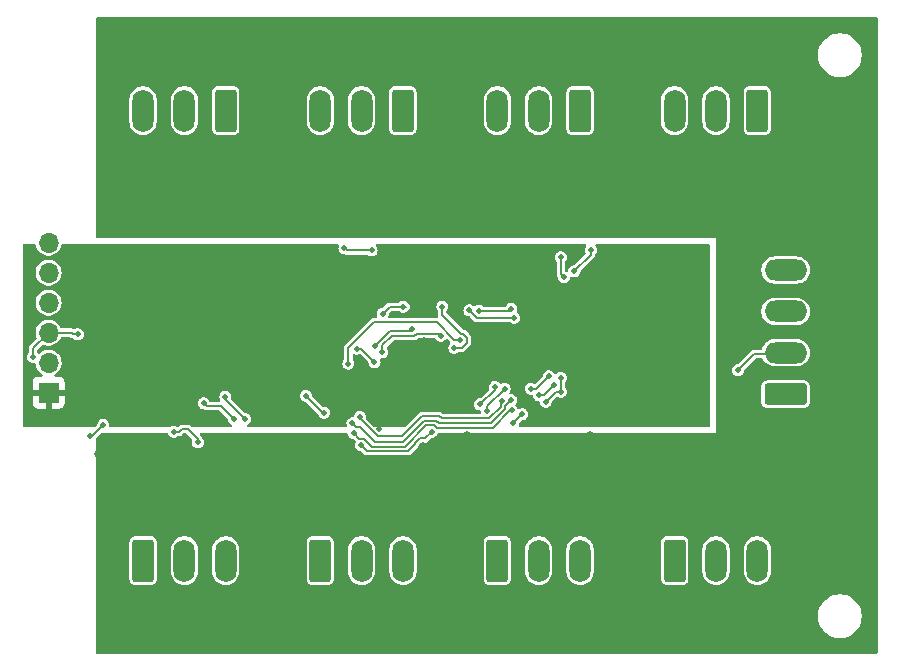
<source format=gbr>
%TF.GenerationSoftware,KiCad,Pcbnew,8.0.2*%
%TF.CreationDate,2024-11-10T11:06:32+01:00*%
%TF.ProjectId,solenoidDecoder,736f6c65-6e6f-4696-9444-65636f646572,rev?*%
%TF.SameCoordinates,Original*%
%TF.FileFunction,Copper,L2,Bot*%
%TF.FilePolarity,Positive*%
%FSLAX46Y46*%
G04 Gerber Fmt 4.6, Leading zero omitted, Abs format (unit mm)*
G04 Created by KiCad (PCBNEW 8.0.2) date 2024-11-10 11:06:32*
%MOMM*%
%LPD*%
G01*
G04 APERTURE LIST*
G04 Aperture macros list*
%AMRoundRect*
0 Rectangle with rounded corners*
0 $1 Rounding radius*
0 $2 $3 $4 $5 $6 $7 $8 $9 X,Y pos of 4 corners*
0 Add a 4 corners polygon primitive as box body*
4,1,4,$2,$3,$4,$5,$6,$7,$8,$9,$2,$3,0*
0 Add four circle primitives for the rounded corners*
1,1,$1+$1,$2,$3*
1,1,$1+$1,$4,$5*
1,1,$1+$1,$6,$7*
1,1,$1+$1,$8,$9*
0 Add four rect primitives between the rounded corners*
20,1,$1+$1,$2,$3,$4,$5,0*
20,1,$1+$1,$4,$5,$6,$7,0*
20,1,$1+$1,$6,$7,$8,$9,0*
20,1,$1+$1,$8,$9,$2,$3,0*%
G04 Aperture macros list end*
%TA.AperFunction,ComponentPad*%
%ADD10RoundRect,0.250000X1.550000X-0.650000X1.550000X0.650000X-1.550000X0.650000X-1.550000X-0.650000X0*%
%TD*%
%TA.AperFunction,ComponentPad*%
%ADD11O,3.600000X1.800000*%
%TD*%
%TA.AperFunction,ComponentPad*%
%ADD12RoundRect,0.250000X0.650000X1.550000X-0.650000X1.550000X-0.650000X-1.550000X0.650000X-1.550000X0*%
%TD*%
%TA.AperFunction,ComponentPad*%
%ADD13O,1.800000X3.600000*%
%TD*%
%TA.AperFunction,ComponentPad*%
%ADD14R,1.700000X1.700000*%
%TD*%
%TA.AperFunction,ComponentPad*%
%ADD15O,1.700000X1.700000*%
%TD*%
%TA.AperFunction,ComponentPad*%
%ADD16RoundRect,0.250000X-0.650000X-1.550000X0.650000X-1.550000X0.650000X1.550000X-0.650000X1.550000X0*%
%TD*%
%TA.AperFunction,ViaPad*%
%ADD17C,0.500000*%
%TD*%
%TA.AperFunction,ViaPad*%
%ADD18C,0.800000*%
%TD*%
%TA.AperFunction,Conductor*%
%ADD19C,0.200000*%
%TD*%
G04 APERTURE END LIST*
D10*
%TO.P,J62,1,Pin_1*%
%TO.N,/DCC/DCC_B*%
X153404500Y-61710000D03*
D11*
%TO.P,J62,2,Pin_2*%
%TO.N,/DCC/DCC_A*%
X153404500Y-58210000D03*
%TO.P,J62,3,Pin_3*%
%TO.N,/POWER/Vin2*%
X153404500Y-54710000D03*
%TO.P,J62,4,Pin_4*%
%TO.N,/POWER/Vin1*%
X153404500Y-51210000D03*
%TD*%
D12*
%TO.P,J61,1,Pin_1*%
%TO.N,Net-(D61-A)*%
X121000000Y-37710500D03*
D13*
%TO.P,J61,2,Pin_2*%
%TO.N,/POWER/Vcoils*%
X117500000Y-37710500D03*
%TO.P,J61,3,Pin_3*%
%TO.N,Net-(D62-A)*%
X114000000Y-37710500D03*
%TD*%
D14*
%TO.P,J3,1,Pin_1*%
%TO.N,GND*%
X91000000Y-61580000D03*
D15*
%TO.P,J3,2,Pin_2*%
%TO.N,+5V*%
X91000000Y-59040000D03*
%TO.P,J3,3,Pin_3*%
%TO.N,/uController/LED*%
X91000000Y-56500000D03*
%TO.P,J3,4,Pin_4*%
%TO.N,/uController/GPIO8*%
X91000000Y-53960000D03*
%TO.P,J3,5,Pin_5*%
%TO.N,/uController/GPIO7*%
X91000000Y-51420000D03*
%TO.P,J3,6,Pin_6*%
%TO.N,/uController/RESET*%
X91000000Y-48880000D03*
%TD*%
D16*
%TO.P,J21,1,Pin_1*%
%TO.N,Net-(D21-A)*%
X129000000Y-75806500D03*
D13*
%TO.P,J21,2,Pin_2*%
%TO.N,/POWER/Vcoils*%
X132500000Y-75806500D03*
%TO.P,J21,3,Pin_3*%
%TO.N,Net-(D22-A)*%
X136000000Y-75806500D03*
%TD*%
D16*
%TO.P,J11,1,Pin_1*%
%TO.N,Net-(D11-A)*%
X144000000Y-75806500D03*
D13*
%TO.P,J11,2,Pin_2*%
%TO.N,/POWER/Vcoils*%
X147500000Y-75806500D03*
%TO.P,J11,3,Pin_3*%
%TO.N,Net-(D12-A)*%
X151000000Y-75806500D03*
%TD*%
D16*
%TO.P,J41,1,Pin_1*%
%TO.N,Net-(D41-A)*%
X99000000Y-75806500D03*
D13*
%TO.P,J41,2,Pin_2*%
%TO.N,/POWER/Vcoils*%
X102500000Y-75806500D03*
%TO.P,J41,3,Pin_3*%
%TO.N,Net-(D42-A)*%
X106000000Y-75806500D03*
%TD*%
D12*
%TO.P,J81,1,Pin_1*%
%TO.N,Net-(D81-A)*%
X151000000Y-37710500D03*
D13*
%TO.P,J81,2,Pin_2*%
%TO.N,/POWER/Vcoils*%
X147500000Y-37710500D03*
%TO.P,J81,3,Pin_3*%
%TO.N,Net-(D82-A)*%
X144000000Y-37710500D03*
%TD*%
D12*
%TO.P,J71,1,Pin_1*%
%TO.N,Net-(D71-A)*%
X136000000Y-37710500D03*
D13*
%TO.P,J71,2,Pin_2*%
%TO.N,/POWER/Vcoils*%
X132500000Y-37710500D03*
%TO.P,J71,3,Pin_3*%
%TO.N,Net-(D72-A)*%
X129000000Y-37710500D03*
%TD*%
D12*
%TO.P,J51,1,Pin_1*%
%TO.N,Net-(D51-A)*%
X106000000Y-37710500D03*
D13*
%TO.P,J51,2,Pin_2*%
%TO.N,/POWER/Vcoils*%
X102500000Y-37710500D03*
%TO.P,J51,3,Pin_3*%
%TO.N,Net-(D52-A)*%
X99000000Y-37710500D03*
%TD*%
D16*
%TO.P,J31,1,Pin_1*%
%TO.N,Net-(D31-A)*%
X114000000Y-75806500D03*
D13*
%TO.P,J31,2,Pin_2*%
%TO.N,/POWER/Vcoils*%
X117500000Y-75806500D03*
%TO.P,J31,3,Pin_3*%
%TO.N,Net-(D32-A)*%
X121000000Y-75806500D03*
%TD*%
D17*
%TO.N,GND*%
X110998000Y-61849000D03*
X132588000Y-57785000D03*
X111125000Y-60706000D03*
X142875000Y-54610000D03*
X108712000Y-61722000D03*
X118364000Y-54102000D03*
X136779000Y-60833000D03*
X123317000Y-53975000D03*
X113284000Y-61214000D03*
X142494000Y-51816000D03*
X142494000Y-60452000D03*
X113665000Y-53594000D03*
X120777000Y-62103000D03*
X126111000Y-52578000D03*
X97409000Y-50419000D03*
X118999000Y-64643000D03*
X118237000Y-59944000D03*
X109601000Y-52070000D03*
X121666000Y-53594000D03*
X116967000Y-60960000D03*
X140843000Y-51943000D03*
X106426000Y-51435000D03*
X116459000Y-53721000D03*
X106299000Y-59817000D03*
X139573000Y-59055000D03*
X122809000Y-57150000D03*
X135382000Y-57912000D03*
X115570000Y-62611000D03*
X116332000Y-50927000D03*
X110490000Y-55499000D03*
X113538000Y-50673000D03*
X132334000Y-52070000D03*
X142367000Y-52959000D03*
X142748000Y-61468000D03*
X117348000Y-62738000D03*
X136779000Y-58039000D03*
X130048000Y-50419000D03*
X101981000Y-55245000D03*
X110617000Y-53467000D03*
X118237000Y-63881000D03*
X146177000Y-52197000D03*
X130302000Y-51816000D03*
X112522000Y-53213000D03*
X143002000Y-56007000D03*
X146304000Y-56261000D03*
X115062000Y-59309000D03*
X141732000Y-57785000D03*
X138684000Y-54229000D03*
X140843000Y-54229000D03*
X135255000Y-50419000D03*
X135509000Y-60071000D03*
X132207000Y-54610000D03*
X103886000Y-54229000D03*
X90805000Y-63500000D03*
X146304000Y-58039000D03*
X102489000Y-51816000D03*
X98171000Y-53975000D03*
X116840000Y-55753000D03*
X146304000Y-54483000D03*
X112522000Y-55245000D03*
X124460000Y-50927000D03*
X109601000Y-50673000D03*
X138684000Y-51943000D03*
X140716000Y-59055000D03*
X138430000Y-59055000D03*
%TO.N,+5V*%
X125349000Y-57785000D03*
X124333000Y-54295000D03*
X117073753Y-57858742D03*
X118591252Y-59028252D03*
%TO.N,/DCC/DCC_B*%
X130204353Y-63087622D03*
X104125405Y-62469405D03*
X134366000Y-61507000D03*
X106680000Y-63815000D03*
X134366000Y-60325000D03*
X133088091Y-62364909D03*
X116840000Y-65024000D03*
%TO.N,/DCC/DCC_A*%
X105959589Y-61915000D03*
X132516591Y-61793409D03*
X133789447Y-60944942D03*
X116728257Y-64163416D03*
X149352000Y-59690000D03*
X130175000Y-62230000D03*
X107635000Y-63815000D03*
%TO.N,/uController/RESET*%
X118352881Y-49541119D03*
X116051441Y-49361000D03*
%TO.N,/uController/LED*%
X119289664Y-54898231D03*
X121031000Y-54314000D03*
X93472000Y-56642000D03*
X89660235Y-58548765D03*
%TO.N,Net-(SW1-A)*%
X125857000Y-57145000D03*
X116376183Y-59122000D03*
X95637252Y-64321748D03*
X94480091Y-65285909D03*
%TO.N,/uController/GPIO6*%
X123444000Y-64904500D03*
X127508000Y-62582213D03*
X117469500Y-66034500D03*
X128778000Y-61087000D03*
%TO.N,/uController/GPIO3*%
X130312378Y-64187622D03*
X131090196Y-63409804D03*
%TO.N,/uController/GPIO2*%
X126619000Y-54610000D03*
X130429000Y-55245000D03*
%TO.N,/uController/GPIO1*%
X130175000Y-54483000D03*
X127452409Y-54665591D03*
%TO.N,/uController/GPIO8*%
X121793000Y-56195000D03*
X118618000Y-57658000D03*
%TO.N,/uController/GPIO7*%
X103632000Y-65786000D03*
X124206000Y-56769000D03*
X119253000Y-58166000D03*
X101600000Y-64897000D03*
%TO.N,/uController/GPIO5*%
X129604338Y-61245026D03*
X128125597Y-63132213D03*
%TO.N,/GND2*%
X139700000Y-47879000D03*
X155956000Y-36703000D03*
X148590000Y-80010000D03*
X153026088Y-38487595D03*
X118364000Y-33020000D03*
X141478000Y-80137000D03*
X150000000Y-65500000D03*
D18*
X112293000Y-66789500D03*
D17*
X155575000Y-69596000D03*
X125984000Y-44069000D03*
X114300000Y-79883000D03*
D18*
X125261000Y-66789500D03*
D17*
X121285000Y-30861000D03*
X152781000Y-75438000D03*
X140843000Y-43942000D03*
X109982000Y-74041000D03*
X122936000Y-37211000D03*
X154940000Y-73279000D03*
X142113000Y-82423000D03*
D18*
X142293000Y-66789500D03*
D17*
X129032000Y-46736000D03*
X114046000Y-82804000D03*
X96393000Y-36703000D03*
X109601000Y-33274000D03*
X124079000Y-43815000D03*
X159131000Y-50927000D03*
X109982000Y-40132000D03*
D18*
X126404000Y-65265500D03*
D17*
X109982000Y-46736000D03*
X109220000Y-69342000D03*
D18*
X137707000Y-66154500D03*
D17*
X96393000Y-82169000D03*
D18*
X140192000Y-66786000D03*
D17*
X155829000Y-51054000D03*
X127127000Y-76581000D03*
X99441000Y-31242000D03*
D18*
X127293000Y-47362500D03*
D17*
X137160000Y-33020000D03*
D18*
X142293000Y-47362500D03*
X107707000Y-66154500D03*
D17*
X150876000Y-46736000D03*
X95885000Y-68580000D03*
X139954000Y-73533000D03*
X148336000Y-65024000D03*
X108966000Y-45085000D03*
X155702000Y-64389000D03*
X104267000Y-37211000D03*
X105029000Y-65405000D03*
X125857000Y-69342000D03*
X159004000Y-45212000D03*
X151511000Y-33401000D03*
X137795000Y-36703000D03*
X110109000Y-79756000D03*
X144399000Y-33020000D03*
X158750000Y-65532000D03*
D18*
X107707000Y-46727500D03*
X152707000Y-66154500D03*
D17*
X115062000Y-65532000D03*
D18*
X130087000Y-65519500D03*
D17*
X153416000Y-80137000D03*
X102616000Y-43688000D03*
D18*
X139684000Y-46720000D03*
X127293000Y-66789500D03*
D17*
X158623000Y-70612000D03*
X116205000Y-65532000D03*
X154178000Y-69342000D03*
X95758000Y-74676000D03*
X133350000Y-48133000D03*
D18*
X110220000Y-66786000D03*
D17*
X126111000Y-33147000D03*
X106045000Y-40513000D03*
X95631000Y-43815000D03*
X114554000Y-30861000D03*
X100711000Y-79121000D03*
X120777000Y-80010000D03*
D18*
X136818000Y-65265500D03*
D17*
X158877000Y-55626000D03*
X148209000Y-48260000D03*
D18*
X154670000Y-46847000D03*
D17*
X99695000Y-33909000D03*
X155829000Y-55118000D03*
X98933000Y-43561000D03*
X124841000Y-73533000D03*
X101600000Y-69850000D03*
X104394000Y-33401000D03*
X158623000Y-74676000D03*
X138303000Y-48006000D03*
D18*
X122707000Y-66154500D03*
D17*
X139192000Y-69596000D03*
D18*
X97293000Y-66789500D03*
D17*
X98552000Y-69088000D03*
X99060000Y-66675000D03*
X149860000Y-48133000D03*
X139954000Y-40005000D03*
X98933000Y-46736000D03*
X136017000Y-48006000D03*
D18*
X97293000Y-47362500D03*
D17*
X154178000Y-64643000D03*
X141859000Y-36830000D03*
X134493000Y-80137000D03*
X121158000Y-82804000D03*
X155829000Y-59690000D03*
X106680000Y-31496000D03*
D18*
X111793000Y-47362500D03*
D17*
X122936000Y-76454000D03*
X144018000Y-46736000D03*
X100203000Y-40005000D03*
X136915037Y-49520963D03*
D18*
X152707000Y-46727500D03*
D17*
X110998000Y-44958000D03*
X152273000Y-30734000D03*
X95377000Y-46355000D03*
D18*
X95234000Y-66786000D03*
D17*
X105918000Y-66802000D03*
X114046000Y-46736000D03*
X108077000Y-36703000D03*
X127000000Y-37084000D03*
X98933000Y-73025000D03*
X152019000Y-82423000D03*
X140843000Y-69469000D03*
X123952000Y-68199000D03*
X155194000Y-41148000D03*
X138303000Y-30861000D03*
X105918000Y-43815000D03*
X141986000Y-76581000D03*
X159131000Y-39243000D03*
X152400000Y-48768000D03*
X124968000Y-40132000D03*
X144018000Y-30607000D03*
X107950000Y-77216000D03*
D18*
X135040000Y-65519500D03*
D17*
X158877000Y-62484000D03*
X135501091Y-51315909D03*
X154940000Y-44323000D03*
X109982000Y-65405000D03*
D18*
X122707000Y-46727500D03*
D17*
X137795000Y-76454000D03*
X127762000Y-30734000D03*
X138811000Y-43815000D03*
D18*
X137707000Y-46727500D03*
D17*
X112141000Y-36957000D03*
X107950000Y-81788000D03*
X131191000Y-82550000D03*
D18*
X124698000Y-46720000D03*
D17*
X111760000Y-77089000D03*
X126873000Y-80137000D03*
X154940000Y-77597000D03*
X110871000Y-69342000D03*
%TO.N,Net-(D301-+)*%
X117348000Y-63627000D03*
X131826000Y-61243409D03*
X114343414Y-63276091D03*
X129370944Y-62256238D03*
X112776000Y-61849000D03*
X133350000Y-60198000D03*
%TO.N,/POWER/coilVoltage*%
X134620000Y-51800411D03*
X134366000Y-50123000D03*
%TD*%
D19*
%TO.N,+5V*%
X125994818Y-57785000D02*
X125349000Y-57785000D01*
X125937000Y-56595000D02*
X126084818Y-56595000D01*
X126407000Y-57372818D02*
X125994818Y-57785000D01*
X126407000Y-56917182D02*
X126407000Y-57372818D01*
X117421742Y-57858742D02*
X117073753Y-57858742D01*
X124333000Y-54991000D02*
X125937000Y-56595000D01*
X124333000Y-54295000D02*
X124333000Y-54991000D01*
X126084818Y-56595000D02*
X126407000Y-56917182D01*
X118591252Y-59028252D02*
X117421742Y-57858742D01*
%TO.N,/DCC/DCC_B*%
X104125405Y-62469405D02*
X104394000Y-62738000D01*
X105603000Y-62738000D02*
X106680000Y-63815000D01*
X117300500Y-65484500D02*
X116840000Y-65024000D01*
X123671818Y-64354500D02*
X122951364Y-64354500D01*
X123862161Y-64544843D02*
X123671818Y-64354500D01*
X117697318Y-65484500D02*
X117300500Y-65484500D01*
X134366000Y-61507000D02*
X134366000Y-60325000D01*
X134366000Y-61507000D02*
X133946000Y-61507000D01*
X128622157Y-64544843D02*
X123862161Y-64544843D01*
X118360818Y-66148000D02*
X117697318Y-65484500D01*
X121157864Y-66148000D02*
X118360818Y-66148000D01*
X133946000Y-61507000D02*
X133088091Y-62364909D01*
X130079378Y-63087622D02*
X128622157Y-64544843D01*
X104394000Y-62738000D02*
X105603000Y-62738000D01*
X130204353Y-63087622D02*
X130079378Y-63087622D01*
X122951364Y-64354500D02*
X121157864Y-66148000D01*
%TO.N,/DCC/DCC_A*%
X128456471Y-64144843D02*
X129667000Y-62934314D01*
X117038841Y-64474000D02*
X117363686Y-64474000D01*
X120992178Y-65748000D02*
X122785678Y-63954500D01*
X122785678Y-63954500D02*
X123837503Y-63954500D01*
X132940980Y-61793409D02*
X133789447Y-60944942D01*
X124027846Y-64144843D02*
X128456471Y-64144843D01*
X105959589Y-62144589D02*
X105959589Y-61915000D01*
X129667000Y-62738000D02*
X130175000Y-62230000D01*
X117363686Y-64474000D02*
X118637686Y-65748000D01*
X150749000Y-58293000D02*
X153982000Y-58293000D01*
X116728257Y-64163416D02*
X117038841Y-64474000D01*
X129667000Y-62934314D02*
X129667000Y-62738000D01*
X123837503Y-63954500D02*
X124027846Y-64144843D01*
X132516591Y-61793409D02*
X132940980Y-61793409D01*
X118637686Y-65748000D02*
X120992178Y-65748000D01*
X107630000Y-63815000D02*
X105959589Y-62144589D01*
X107635000Y-63815000D02*
X107630000Y-63815000D01*
X149352000Y-59690000D02*
X150749000Y-58293000D01*
%TO.N,/uController/RESET*%
X116231560Y-49541119D02*
X118352881Y-49541119D01*
X116051441Y-49361000D02*
X116231560Y-49541119D01*
%TO.N,/uController/LED*%
X89660235Y-58548765D02*
X89660235Y-57839765D01*
X93091000Y-56642000D02*
X92949000Y-56500000D01*
X89660235Y-57839765D02*
X91000000Y-56500000D01*
X121243000Y-54314000D02*
X119873895Y-54314000D01*
X93472000Y-56642000D02*
X93091000Y-56642000D01*
X119873895Y-54314000D02*
X119289664Y-54898231D01*
X92949000Y-56500000D02*
X91000000Y-56500000D01*
%TO.N,Net-(SW1-A)*%
X125359818Y-57145000D02*
X123859818Y-55645000D01*
X123859818Y-55645000D02*
X118509677Y-55645000D01*
X116376183Y-57778494D02*
X116376183Y-59122000D01*
X94673091Y-65285909D02*
X95637252Y-64321748D01*
X125857000Y-57145000D02*
X125359818Y-57145000D01*
X94480091Y-65285909D02*
X94673091Y-65285909D01*
X118509677Y-55645000D02*
X116376183Y-57778494D01*
%TO.N,/uController/GPIO6*%
X122007000Y-65953000D02*
X122007000Y-65864550D01*
X122007000Y-65864550D02*
X122417050Y-65454500D01*
X117983000Y-66548000D02*
X121412000Y-66548000D01*
X122417050Y-65454500D02*
X122894000Y-65454500D01*
X127508000Y-62582213D02*
X127536787Y-62582213D01*
X117469500Y-66034500D02*
X117983000Y-66548000D01*
X122894000Y-65454500D02*
X123444000Y-64904500D01*
X121412000Y-66548000D02*
X122007000Y-65953000D01*
X127536787Y-62582213D02*
X128778000Y-61341000D01*
X128778000Y-61341000D02*
X128778000Y-61087000D01*
%TO.N,/uController/GPIO3*%
X130312378Y-64187622D02*
X131090196Y-63409804D01*
%TO.N,/uController/GPIO2*%
X130429000Y-55245000D02*
X127254000Y-55245000D01*
X127254000Y-55245000D02*
X126619000Y-54610000D01*
%TO.N,/uController/GPIO1*%
X129992409Y-54665591D02*
X130175000Y-54483000D01*
X127452409Y-54665591D02*
X129992409Y-54665591D01*
%TO.N,/uController/GPIO8*%
X121793000Y-56195000D02*
X121600000Y-56388000D01*
X119888000Y-56388000D02*
X118618000Y-57658000D01*
X121600000Y-56388000D02*
X119888000Y-56388000D01*
%TO.N,/uController/GPIO7*%
X121977818Y-56788000D02*
X120053686Y-56788000D01*
X102051364Y-64897000D02*
X102304273Y-64644091D01*
X119253000Y-57588686D02*
X119253000Y-58166000D01*
X124206000Y-56769000D02*
X124037000Y-56600000D01*
X101600000Y-64897000D02*
X102051364Y-64897000D01*
X103632000Y-65516182D02*
X103632000Y-65786000D01*
X102304273Y-64644091D02*
X102759909Y-64644091D01*
X120053686Y-56788000D02*
X119253000Y-57588686D01*
X124037000Y-56600000D02*
X122165818Y-56600000D01*
X102759909Y-64644091D02*
X103632000Y-65516182D01*
X122165818Y-56600000D02*
X121977818Y-56788000D01*
%TO.N,/uController/GPIO5*%
X128125597Y-62723767D02*
X128125597Y-63132213D01*
X129604338Y-61245026D02*
X128125597Y-62723767D01*
%TO.N,/GND2*%
X135501091Y-51315909D02*
X136915037Y-49901963D01*
X136915037Y-49901963D02*
X136915037Y-49520963D01*
%TO.N,Net-(D301-+)*%
X114373505Y-63246000D02*
X114343414Y-63276091D01*
X118852428Y-65274246D02*
X117348000Y-63769818D01*
X124269343Y-63744843D02*
X124079000Y-63554500D01*
X124079000Y-63554500D02*
X122619992Y-63554500D01*
X129267000Y-62768628D02*
X128290785Y-63744843D01*
X131826000Y-61243409D02*
X132304591Y-61243409D01*
X122619992Y-63554500D02*
X120900246Y-65274246D01*
X129278091Y-62561223D02*
X129267000Y-62572314D01*
X117348000Y-63769818D02*
X117348000Y-63627000D01*
X120900246Y-65274246D02*
X118852428Y-65274246D01*
X129370944Y-62256238D02*
X129278091Y-62349091D01*
X129278091Y-62349091D02*
X129278091Y-62561223D01*
X114173000Y-63246000D02*
X114373505Y-63246000D01*
X129267000Y-62572314D02*
X129267000Y-62768628D01*
X112776000Y-61849000D02*
X114173000Y-63246000D01*
X128290785Y-63744843D02*
X124269343Y-63744843D01*
X132304591Y-61243409D02*
X133350000Y-60198000D01*
%TO.N,/POWER/coilVoltage*%
X134366000Y-50123000D02*
X134366000Y-51546411D01*
X134366000Y-51546411D02*
X134620000Y-51800411D01*
%TD*%
%TA.AperFunction,Conductor*%
%TO.N,/GND2*%
G36*
X161199500Y-65000000D02*
G01*
X147500000Y-65000000D01*
X147500000Y-61011728D01*
X151350000Y-61011728D01*
X151350000Y-62408251D01*
X151350001Y-62408257D01*
X151356460Y-62468344D01*
X151407155Y-62604261D01*
X151407156Y-62604264D01*
X151407158Y-62604267D01*
X151436247Y-62643126D01*
X151494095Y-62720404D01*
X151551943Y-62763707D01*
X151610233Y-62807342D01*
X151746158Y-62858040D01*
X151806245Y-62864500D01*
X155002754Y-62864499D01*
X155062842Y-62858040D01*
X155198767Y-62807342D01*
X155314904Y-62720404D01*
X155401842Y-62604267D01*
X155452540Y-62468342D01*
X155455300Y-62442664D01*
X155458999Y-62408271D01*
X155458999Y-62408264D01*
X155459000Y-62408255D01*
X155458999Y-61011746D01*
X155452540Y-60951658D01*
X155401842Y-60815733D01*
X155358207Y-60757443D01*
X155314904Y-60699595D01*
X155237626Y-60641747D01*
X155198767Y-60612658D01*
X155062842Y-60561960D01*
X155062838Y-60561959D01*
X155002762Y-60555500D01*
X151806248Y-60555500D01*
X151806242Y-60555501D01*
X151746155Y-60561960D01*
X151610238Y-60612655D01*
X151610230Y-60612660D01*
X151494095Y-60699595D01*
X151407160Y-60815730D01*
X151407158Y-60815733D01*
X151356460Y-60951658D01*
X151356459Y-60951662D01*
X151350000Y-61011728D01*
X147500000Y-61011728D01*
X147500000Y-59690000D01*
X148842312Y-59690000D01*
X148862957Y-59833595D01*
X148862958Y-59833599D01*
X148923222Y-59965556D01*
X148923223Y-59965558D01*
X149018225Y-60075196D01*
X149096659Y-60125602D01*
X149140269Y-60153630D01*
X149279461Y-60194499D01*
X149279463Y-60194500D01*
X149279464Y-60194500D01*
X149424537Y-60194500D01*
X149424537Y-60194499D01*
X149563729Y-60153630D01*
X149563730Y-60153630D01*
X149563732Y-60153629D01*
X149685775Y-60075196D01*
X149780777Y-59965558D01*
X149841042Y-59833596D01*
X149857216Y-59721096D01*
X149886240Y-59657543D01*
X149892259Y-59651078D01*
X150859519Y-58683819D01*
X150920842Y-58650334D01*
X150947200Y-58647500D01*
X151355704Y-58647500D01*
X151422743Y-58667185D01*
X151466189Y-58715205D01*
X151517083Y-58815090D01*
X151623897Y-58962106D01*
X151752394Y-59090603D01*
X151899410Y-59197417D01*
X152061326Y-59279917D01*
X152061328Y-59279918D01*
X152222529Y-59332294D01*
X152234154Y-59336072D01*
X152413639Y-59364500D01*
X152413640Y-59364500D01*
X154395360Y-59364500D01*
X154395361Y-59364500D01*
X154574846Y-59336072D01*
X154574849Y-59336071D01*
X154574850Y-59336071D01*
X154747671Y-59279918D01*
X154747671Y-59279917D01*
X154747674Y-59279917D01*
X154909590Y-59197417D01*
X155056606Y-59090603D01*
X155185103Y-58962106D01*
X155291917Y-58815090D01*
X155374417Y-58653174D01*
X155430572Y-58480346D01*
X155459000Y-58300861D01*
X155459000Y-58119139D01*
X155430572Y-57939654D01*
X155430571Y-57939650D01*
X155430571Y-57939649D01*
X155374418Y-57766828D01*
X155374416Y-57766825D01*
X155291916Y-57604909D01*
X155185103Y-57457894D01*
X155056606Y-57329397D01*
X154909590Y-57222583D01*
X154747674Y-57140083D01*
X154747671Y-57140081D01*
X154574848Y-57083928D01*
X154455189Y-57064976D01*
X154395361Y-57055500D01*
X152413639Y-57055500D01*
X152353810Y-57064976D01*
X152234152Y-57083928D01*
X152234149Y-57083928D01*
X152061328Y-57140081D01*
X152061325Y-57140083D01*
X151899409Y-57222583D01*
X151815530Y-57283525D01*
X151752394Y-57329397D01*
X151752392Y-57329399D01*
X151752391Y-57329399D01*
X151623899Y-57457891D01*
X151623899Y-57457892D01*
X151623897Y-57457894D01*
X151578025Y-57521030D01*
X151517083Y-57604909D01*
X151434583Y-57766825D01*
X151434581Y-57766828D01*
X151406642Y-57852818D01*
X151367204Y-57910494D01*
X151302846Y-57937692D01*
X151288711Y-57938500D01*
X150702329Y-57938500D01*
X150642221Y-57954606D01*
X150612167Y-57962659D01*
X150531333Y-58009328D01*
X150531330Y-58009330D01*
X149391480Y-59149181D01*
X149330157Y-59182666D01*
X149303799Y-59185500D01*
X149279461Y-59185500D01*
X149140270Y-59226369D01*
X149140269Y-59226369D01*
X149018226Y-59304803D01*
X148923223Y-59414442D01*
X148923222Y-59414443D01*
X148862958Y-59546400D01*
X148862957Y-59546404D01*
X148842312Y-59690000D01*
X147500000Y-59690000D01*
X147500000Y-54619139D01*
X151350000Y-54619139D01*
X151350000Y-54800860D01*
X151378428Y-54980347D01*
X151378428Y-54980350D01*
X151434581Y-55153171D01*
X151434583Y-55153174D01*
X151517083Y-55315090D01*
X151623897Y-55462106D01*
X151752394Y-55590603D01*
X151899410Y-55697417D01*
X152061326Y-55779917D01*
X152061328Y-55779918D01*
X152222529Y-55832294D01*
X152234154Y-55836072D01*
X152413639Y-55864500D01*
X152413640Y-55864500D01*
X154395360Y-55864500D01*
X154395361Y-55864500D01*
X154574846Y-55836072D01*
X154574849Y-55836071D01*
X154574850Y-55836071D01*
X154747671Y-55779918D01*
X154747671Y-55779917D01*
X154747674Y-55779917D01*
X154909590Y-55697417D01*
X155056606Y-55590603D01*
X155185103Y-55462106D01*
X155291917Y-55315090D01*
X155374417Y-55153174D01*
X155430572Y-54980346D01*
X155459000Y-54800861D01*
X155459000Y-54619139D01*
X155430572Y-54439654D01*
X155430571Y-54439650D01*
X155430571Y-54439649D01*
X155374418Y-54266828D01*
X155374416Y-54266825D01*
X155291916Y-54104909D01*
X155185103Y-53957894D01*
X155056606Y-53829397D01*
X154909590Y-53722583D01*
X154747674Y-53640083D01*
X154747671Y-53640081D01*
X154574848Y-53583928D01*
X154455189Y-53564976D01*
X154395361Y-53555500D01*
X152413639Y-53555500D01*
X152353810Y-53564976D01*
X152234152Y-53583928D01*
X152234149Y-53583928D01*
X152061328Y-53640081D01*
X152061325Y-53640083D01*
X151899409Y-53722583D01*
X151815530Y-53783525D01*
X151752394Y-53829397D01*
X151752392Y-53829399D01*
X151752391Y-53829399D01*
X151623899Y-53957891D01*
X151623899Y-53957892D01*
X151623897Y-53957894D01*
X151578025Y-54021030D01*
X151517083Y-54104909D01*
X151434583Y-54266825D01*
X151434581Y-54266828D01*
X151378428Y-54439649D01*
X151378428Y-54439652D01*
X151350000Y-54619139D01*
X147500000Y-54619139D01*
X147500000Y-51119139D01*
X151350000Y-51119139D01*
X151350000Y-51300860D01*
X151378428Y-51480347D01*
X151378428Y-51480350D01*
X151434581Y-51653171D01*
X151434583Y-51653174D01*
X151517083Y-51815090D01*
X151623897Y-51962106D01*
X151752394Y-52090603D01*
X151899410Y-52197417D01*
X152061326Y-52279917D01*
X152061328Y-52279918D01*
X152222529Y-52332294D01*
X152234154Y-52336072D01*
X152413639Y-52364500D01*
X152413640Y-52364500D01*
X154395360Y-52364500D01*
X154395361Y-52364500D01*
X154574846Y-52336072D01*
X154574849Y-52336071D01*
X154574850Y-52336071D01*
X154747671Y-52279918D01*
X154747671Y-52279917D01*
X154747674Y-52279917D01*
X154909590Y-52197417D01*
X155056606Y-52090603D01*
X155185103Y-51962106D01*
X155291917Y-51815090D01*
X155374417Y-51653174D01*
X155430572Y-51480346D01*
X155459000Y-51300861D01*
X155459000Y-51119139D01*
X155430572Y-50939654D01*
X155430571Y-50939650D01*
X155430571Y-50939649D01*
X155374418Y-50766828D01*
X155374416Y-50766825D01*
X155291916Y-50604909D01*
X155185103Y-50457894D01*
X155056606Y-50329397D01*
X154909590Y-50222583D01*
X154747674Y-50140083D01*
X154747671Y-50140081D01*
X154574848Y-50083928D01*
X154455189Y-50064976D01*
X154395361Y-50055500D01*
X152413639Y-50055500D01*
X152353810Y-50064976D01*
X152234152Y-50083928D01*
X152234149Y-50083928D01*
X152061328Y-50140081D01*
X152061325Y-50140083D01*
X151899409Y-50222583D01*
X151815530Y-50283525D01*
X151752394Y-50329397D01*
X151752392Y-50329399D01*
X151752391Y-50329399D01*
X151623899Y-50457891D01*
X151623899Y-50457892D01*
X151623897Y-50457894D01*
X151578025Y-50521030D01*
X151517083Y-50604909D01*
X151434583Y-50766825D01*
X151434581Y-50766828D01*
X151378428Y-50939649D01*
X151378428Y-50939652D01*
X151350000Y-51119139D01*
X147500000Y-51119139D01*
X147500000Y-48500000D01*
X161199500Y-48500000D01*
X161199500Y-65000000D01*
G37*
%TD.AperFunction*%
%TD*%
%TA.AperFunction,Conductor*%
%TO.N,/GND2*%
G36*
X161142539Y-29820185D02*
G01*
X161188294Y-29872989D01*
X161199500Y-29924500D01*
X161199500Y-48500000D01*
X95124000Y-48500000D01*
X95056961Y-48480315D01*
X95011206Y-48427511D01*
X95000000Y-48376000D01*
X95000000Y-36719639D01*
X97845500Y-36719639D01*
X97845500Y-38701360D01*
X97873928Y-38880847D01*
X97873928Y-38880850D01*
X97930081Y-39053671D01*
X97930083Y-39053674D01*
X98012583Y-39215590D01*
X98119397Y-39362606D01*
X98247894Y-39491103D01*
X98394910Y-39597917D01*
X98556826Y-39680417D01*
X98556828Y-39680418D01*
X98718029Y-39732794D01*
X98729654Y-39736572D01*
X98909139Y-39765000D01*
X98909140Y-39765000D01*
X99090860Y-39765000D01*
X99090861Y-39765000D01*
X99270346Y-39736572D01*
X99270349Y-39736571D01*
X99270350Y-39736571D01*
X99443171Y-39680418D01*
X99443171Y-39680417D01*
X99443174Y-39680417D01*
X99605090Y-39597917D01*
X99752106Y-39491103D01*
X99880603Y-39362606D01*
X99987417Y-39215590D01*
X100069917Y-39053674D01*
X100126072Y-38880846D01*
X100154500Y-38701361D01*
X100154500Y-36719639D01*
X101345500Y-36719639D01*
X101345500Y-38701360D01*
X101373928Y-38880847D01*
X101373928Y-38880850D01*
X101430081Y-39053671D01*
X101430083Y-39053674D01*
X101512583Y-39215590D01*
X101619397Y-39362606D01*
X101747894Y-39491103D01*
X101894910Y-39597917D01*
X102056826Y-39680417D01*
X102056828Y-39680418D01*
X102218029Y-39732794D01*
X102229654Y-39736572D01*
X102409139Y-39765000D01*
X102409140Y-39765000D01*
X102590860Y-39765000D01*
X102590861Y-39765000D01*
X102770346Y-39736572D01*
X102770349Y-39736571D01*
X102770350Y-39736571D01*
X102943171Y-39680418D01*
X102943171Y-39680417D01*
X102943174Y-39680417D01*
X103105090Y-39597917D01*
X103252106Y-39491103D01*
X103380603Y-39362606D01*
X103487417Y-39215590D01*
X103569917Y-39053674D01*
X103626072Y-38880846D01*
X103654500Y-38701361D01*
X103654500Y-36719639D01*
X103626072Y-36540154D01*
X103626071Y-36540150D01*
X103626071Y-36540149D01*
X103569918Y-36367328D01*
X103569916Y-36367325D01*
X103487416Y-36205409D01*
X103419716Y-36112228D01*
X104845500Y-36112228D01*
X104845500Y-39308751D01*
X104845501Y-39308757D01*
X104851960Y-39368844D01*
X104902655Y-39504761D01*
X104902656Y-39504764D01*
X104902658Y-39504767D01*
X104931747Y-39543626D01*
X104989595Y-39620904D01*
X105047443Y-39664207D01*
X105105733Y-39707842D01*
X105241658Y-39758540D01*
X105301745Y-39765000D01*
X106698254Y-39764999D01*
X106758342Y-39758540D01*
X106894267Y-39707842D01*
X107010404Y-39620904D01*
X107097342Y-39504767D01*
X107148040Y-39368842D01*
X107150800Y-39343164D01*
X107154499Y-39308771D01*
X107154499Y-39308764D01*
X107154500Y-39308755D01*
X107154499Y-36719639D01*
X112845500Y-36719639D01*
X112845500Y-38701360D01*
X112873928Y-38880847D01*
X112873928Y-38880850D01*
X112930081Y-39053671D01*
X112930083Y-39053674D01*
X113012583Y-39215590D01*
X113119397Y-39362606D01*
X113247894Y-39491103D01*
X113394910Y-39597917D01*
X113556826Y-39680417D01*
X113556828Y-39680418D01*
X113718029Y-39732794D01*
X113729654Y-39736572D01*
X113909139Y-39765000D01*
X113909140Y-39765000D01*
X114090860Y-39765000D01*
X114090861Y-39765000D01*
X114270346Y-39736572D01*
X114270349Y-39736571D01*
X114270350Y-39736571D01*
X114443171Y-39680418D01*
X114443171Y-39680417D01*
X114443174Y-39680417D01*
X114605090Y-39597917D01*
X114752106Y-39491103D01*
X114880603Y-39362606D01*
X114987417Y-39215590D01*
X115069917Y-39053674D01*
X115126072Y-38880846D01*
X115154500Y-38701361D01*
X115154500Y-36719639D01*
X116345500Y-36719639D01*
X116345500Y-38701360D01*
X116373928Y-38880847D01*
X116373928Y-38880850D01*
X116430081Y-39053671D01*
X116430083Y-39053674D01*
X116512583Y-39215590D01*
X116619397Y-39362606D01*
X116747894Y-39491103D01*
X116894910Y-39597917D01*
X117056826Y-39680417D01*
X117056828Y-39680418D01*
X117218029Y-39732794D01*
X117229654Y-39736572D01*
X117409139Y-39765000D01*
X117409140Y-39765000D01*
X117590860Y-39765000D01*
X117590861Y-39765000D01*
X117770346Y-39736572D01*
X117770349Y-39736571D01*
X117770350Y-39736571D01*
X117943171Y-39680418D01*
X117943171Y-39680417D01*
X117943174Y-39680417D01*
X118105090Y-39597917D01*
X118252106Y-39491103D01*
X118380603Y-39362606D01*
X118487417Y-39215590D01*
X118569917Y-39053674D01*
X118626072Y-38880846D01*
X118654500Y-38701361D01*
X118654500Y-36719639D01*
X118626072Y-36540154D01*
X118626071Y-36540150D01*
X118626071Y-36540149D01*
X118569918Y-36367328D01*
X118569916Y-36367325D01*
X118487416Y-36205409D01*
X118419716Y-36112228D01*
X119845500Y-36112228D01*
X119845500Y-39308751D01*
X119845501Y-39308757D01*
X119851960Y-39368844D01*
X119902655Y-39504761D01*
X119902656Y-39504764D01*
X119902658Y-39504767D01*
X119931747Y-39543626D01*
X119989595Y-39620904D01*
X120047443Y-39664207D01*
X120105733Y-39707842D01*
X120241658Y-39758540D01*
X120301745Y-39765000D01*
X121698254Y-39764999D01*
X121758342Y-39758540D01*
X121894267Y-39707842D01*
X122010404Y-39620904D01*
X122097342Y-39504767D01*
X122148040Y-39368842D01*
X122150800Y-39343164D01*
X122154499Y-39308771D01*
X122154499Y-39308764D01*
X122154500Y-39308755D01*
X122154499Y-36719639D01*
X127845500Y-36719639D01*
X127845500Y-38701360D01*
X127873928Y-38880847D01*
X127873928Y-38880850D01*
X127930081Y-39053671D01*
X127930083Y-39053674D01*
X128012583Y-39215590D01*
X128119397Y-39362606D01*
X128247894Y-39491103D01*
X128394910Y-39597917D01*
X128556826Y-39680417D01*
X128556828Y-39680418D01*
X128718029Y-39732794D01*
X128729654Y-39736572D01*
X128909139Y-39765000D01*
X128909140Y-39765000D01*
X129090860Y-39765000D01*
X129090861Y-39765000D01*
X129270346Y-39736572D01*
X129270349Y-39736571D01*
X129270350Y-39736571D01*
X129443171Y-39680418D01*
X129443171Y-39680417D01*
X129443174Y-39680417D01*
X129605090Y-39597917D01*
X129752106Y-39491103D01*
X129880603Y-39362606D01*
X129987417Y-39215590D01*
X130069917Y-39053674D01*
X130126072Y-38880846D01*
X130154500Y-38701361D01*
X130154500Y-36719639D01*
X131345500Y-36719639D01*
X131345500Y-38701360D01*
X131373928Y-38880847D01*
X131373928Y-38880850D01*
X131430081Y-39053671D01*
X131430083Y-39053674D01*
X131512583Y-39215590D01*
X131619397Y-39362606D01*
X131747894Y-39491103D01*
X131894910Y-39597917D01*
X132056826Y-39680417D01*
X132056828Y-39680418D01*
X132218029Y-39732794D01*
X132229654Y-39736572D01*
X132409139Y-39765000D01*
X132409140Y-39765000D01*
X132590860Y-39765000D01*
X132590861Y-39765000D01*
X132770346Y-39736572D01*
X132770349Y-39736571D01*
X132770350Y-39736571D01*
X132943171Y-39680418D01*
X132943171Y-39680417D01*
X132943174Y-39680417D01*
X133105090Y-39597917D01*
X133252106Y-39491103D01*
X133380603Y-39362606D01*
X133487417Y-39215590D01*
X133569917Y-39053674D01*
X133626072Y-38880846D01*
X133654500Y-38701361D01*
X133654500Y-36719639D01*
X133626072Y-36540154D01*
X133626071Y-36540150D01*
X133626071Y-36540149D01*
X133569918Y-36367328D01*
X133569916Y-36367325D01*
X133487416Y-36205409D01*
X133419716Y-36112228D01*
X134845500Y-36112228D01*
X134845500Y-39308751D01*
X134845501Y-39308757D01*
X134851960Y-39368844D01*
X134902655Y-39504761D01*
X134902656Y-39504764D01*
X134902658Y-39504767D01*
X134931747Y-39543626D01*
X134989595Y-39620904D01*
X135047443Y-39664207D01*
X135105733Y-39707842D01*
X135241658Y-39758540D01*
X135301745Y-39765000D01*
X136698254Y-39764999D01*
X136758342Y-39758540D01*
X136894267Y-39707842D01*
X137010404Y-39620904D01*
X137097342Y-39504767D01*
X137148040Y-39368842D01*
X137150800Y-39343164D01*
X137154499Y-39308771D01*
X137154499Y-39308764D01*
X137154500Y-39308755D01*
X137154499Y-36719639D01*
X142845500Y-36719639D01*
X142845500Y-38701360D01*
X142873928Y-38880847D01*
X142873928Y-38880850D01*
X142930081Y-39053671D01*
X142930083Y-39053674D01*
X143012583Y-39215590D01*
X143119397Y-39362606D01*
X143247894Y-39491103D01*
X143394910Y-39597917D01*
X143556826Y-39680417D01*
X143556828Y-39680418D01*
X143718029Y-39732794D01*
X143729654Y-39736572D01*
X143909139Y-39765000D01*
X143909140Y-39765000D01*
X144090860Y-39765000D01*
X144090861Y-39765000D01*
X144270346Y-39736572D01*
X144270349Y-39736571D01*
X144270350Y-39736571D01*
X144443171Y-39680418D01*
X144443171Y-39680417D01*
X144443174Y-39680417D01*
X144605090Y-39597917D01*
X144752106Y-39491103D01*
X144880603Y-39362606D01*
X144987417Y-39215590D01*
X145069917Y-39053674D01*
X145126072Y-38880846D01*
X145154500Y-38701361D01*
X145154500Y-36719639D01*
X146345500Y-36719639D01*
X146345500Y-38701360D01*
X146373928Y-38880847D01*
X146373928Y-38880850D01*
X146430081Y-39053671D01*
X146430083Y-39053674D01*
X146512583Y-39215590D01*
X146619397Y-39362606D01*
X146747894Y-39491103D01*
X146894910Y-39597917D01*
X147056826Y-39680417D01*
X147056828Y-39680418D01*
X147218029Y-39732794D01*
X147229654Y-39736572D01*
X147409139Y-39765000D01*
X147409140Y-39765000D01*
X147590860Y-39765000D01*
X147590861Y-39765000D01*
X147770346Y-39736572D01*
X147770349Y-39736571D01*
X147770350Y-39736571D01*
X147943171Y-39680418D01*
X147943171Y-39680417D01*
X147943174Y-39680417D01*
X148105090Y-39597917D01*
X148252106Y-39491103D01*
X148380603Y-39362606D01*
X148487417Y-39215590D01*
X148569917Y-39053674D01*
X148626072Y-38880846D01*
X148654500Y-38701361D01*
X148654500Y-36719639D01*
X148626072Y-36540154D01*
X148626071Y-36540150D01*
X148626071Y-36540149D01*
X148569918Y-36367328D01*
X148569916Y-36367325D01*
X148487416Y-36205409D01*
X148419716Y-36112228D01*
X149845500Y-36112228D01*
X149845500Y-39308751D01*
X149845501Y-39308757D01*
X149851960Y-39368844D01*
X149902655Y-39504761D01*
X149902656Y-39504764D01*
X149902658Y-39504767D01*
X149931747Y-39543626D01*
X149989595Y-39620904D01*
X150047443Y-39664207D01*
X150105733Y-39707842D01*
X150241658Y-39758540D01*
X150301745Y-39765000D01*
X151698254Y-39764999D01*
X151758342Y-39758540D01*
X151894267Y-39707842D01*
X152010404Y-39620904D01*
X152097342Y-39504767D01*
X152148040Y-39368842D01*
X152150800Y-39343164D01*
X152154499Y-39308771D01*
X152154499Y-39308764D01*
X152154500Y-39308755D01*
X152154499Y-36112246D01*
X152148040Y-36052158D01*
X152102439Y-35929899D01*
X152097344Y-35916238D01*
X152097343Y-35916237D01*
X152097342Y-35916233D01*
X152027612Y-35823083D01*
X152010404Y-35800095D01*
X151930900Y-35740581D01*
X151894267Y-35713158D01*
X151758342Y-35662460D01*
X151758338Y-35662459D01*
X151698262Y-35656000D01*
X150301748Y-35656000D01*
X150301742Y-35656001D01*
X150241655Y-35662460D01*
X150105738Y-35713155D01*
X150105730Y-35713160D01*
X149989595Y-35800095D01*
X149902660Y-35916230D01*
X149902658Y-35916233D01*
X149851960Y-36052158D01*
X149851959Y-36052162D01*
X149845500Y-36112228D01*
X148419716Y-36112228D01*
X148380603Y-36058394D01*
X148252106Y-35929897D01*
X148105090Y-35823083D01*
X147943174Y-35740583D01*
X147943171Y-35740581D01*
X147770348Y-35684428D01*
X147631641Y-35662459D01*
X147590861Y-35656000D01*
X147409139Y-35656000D01*
X147368359Y-35662459D01*
X147229652Y-35684428D01*
X147229649Y-35684428D01*
X147056828Y-35740581D01*
X147056825Y-35740583D01*
X146894909Y-35823083D01*
X146811030Y-35884025D01*
X146747894Y-35929897D01*
X146747892Y-35929899D01*
X146747891Y-35929899D01*
X146619399Y-36058391D01*
X146619399Y-36058392D01*
X146619397Y-36058394D01*
X146580284Y-36112228D01*
X146512583Y-36205409D01*
X146430083Y-36367325D01*
X146430081Y-36367328D01*
X146373928Y-36540149D01*
X146373928Y-36540152D01*
X146345500Y-36719639D01*
X145154500Y-36719639D01*
X145126072Y-36540154D01*
X145126071Y-36540150D01*
X145126071Y-36540149D01*
X145069918Y-36367328D01*
X145069916Y-36367325D01*
X144987416Y-36205409D01*
X144880603Y-36058394D01*
X144752106Y-35929897D01*
X144605090Y-35823083D01*
X144443174Y-35740583D01*
X144443171Y-35740581D01*
X144270348Y-35684428D01*
X144131641Y-35662459D01*
X144090861Y-35656000D01*
X143909139Y-35656000D01*
X143868359Y-35662459D01*
X143729652Y-35684428D01*
X143729649Y-35684428D01*
X143556828Y-35740581D01*
X143556825Y-35740583D01*
X143394909Y-35823083D01*
X143311030Y-35884025D01*
X143247894Y-35929897D01*
X143247892Y-35929899D01*
X143247891Y-35929899D01*
X143119399Y-36058391D01*
X143119399Y-36058392D01*
X143119397Y-36058394D01*
X143080284Y-36112228D01*
X143012583Y-36205409D01*
X142930083Y-36367325D01*
X142930081Y-36367328D01*
X142873928Y-36540149D01*
X142873928Y-36540152D01*
X142845500Y-36719639D01*
X137154499Y-36719639D01*
X137154499Y-36112246D01*
X137148040Y-36052158D01*
X137102439Y-35929899D01*
X137097344Y-35916238D01*
X137097343Y-35916237D01*
X137097342Y-35916233D01*
X137027612Y-35823083D01*
X137010404Y-35800095D01*
X136930900Y-35740581D01*
X136894267Y-35713158D01*
X136758342Y-35662460D01*
X136758338Y-35662459D01*
X136698262Y-35656000D01*
X135301748Y-35656000D01*
X135301742Y-35656001D01*
X135241655Y-35662460D01*
X135105738Y-35713155D01*
X135105730Y-35713160D01*
X134989595Y-35800095D01*
X134902660Y-35916230D01*
X134902658Y-35916233D01*
X134851960Y-36052158D01*
X134851959Y-36052162D01*
X134845500Y-36112228D01*
X133419716Y-36112228D01*
X133380603Y-36058394D01*
X133252106Y-35929897D01*
X133105090Y-35823083D01*
X132943174Y-35740583D01*
X132943171Y-35740581D01*
X132770348Y-35684428D01*
X132631641Y-35662459D01*
X132590861Y-35656000D01*
X132409139Y-35656000D01*
X132368359Y-35662459D01*
X132229652Y-35684428D01*
X132229649Y-35684428D01*
X132056828Y-35740581D01*
X132056825Y-35740583D01*
X131894909Y-35823083D01*
X131811030Y-35884025D01*
X131747894Y-35929897D01*
X131747892Y-35929899D01*
X131747891Y-35929899D01*
X131619399Y-36058391D01*
X131619399Y-36058392D01*
X131619397Y-36058394D01*
X131580284Y-36112228D01*
X131512583Y-36205409D01*
X131430083Y-36367325D01*
X131430081Y-36367328D01*
X131373928Y-36540149D01*
X131373928Y-36540152D01*
X131345500Y-36719639D01*
X130154500Y-36719639D01*
X130126072Y-36540154D01*
X130126071Y-36540150D01*
X130126071Y-36540149D01*
X130069918Y-36367328D01*
X130069916Y-36367325D01*
X129987416Y-36205409D01*
X129880603Y-36058394D01*
X129752106Y-35929897D01*
X129605090Y-35823083D01*
X129443174Y-35740583D01*
X129443171Y-35740581D01*
X129270348Y-35684428D01*
X129131641Y-35662459D01*
X129090861Y-35656000D01*
X128909139Y-35656000D01*
X128868359Y-35662459D01*
X128729652Y-35684428D01*
X128729649Y-35684428D01*
X128556828Y-35740581D01*
X128556825Y-35740583D01*
X128394909Y-35823083D01*
X128311030Y-35884025D01*
X128247894Y-35929897D01*
X128247892Y-35929899D01*
X128247891Y-35929899D01*
X128119399Y-36058391D01*
X128119399Y-36058392D01*
X128119397Y-36058394D01*
X128080284Y-36112228D01*
X128012583Y-36205409D01*
X127930083Y-36367325D01*
X127930081Y-36367328D01*
X127873928Y-36540149D01*
X127873928Y-36540152D01*
X127845500Y-36719639D01*
X122154499Y-36719639D01*
X122154499Y-36112246D01*
X122148040Y-36052158D01*
X122102439Y-35929899D01*
X122097344Y-35916238D01*
X122097343Y-35916237D01*
X122097342Y-35916233D01*
X122027612Y-35823083D01*
X122010404Y-35800095D01*
X121930900Y-35740581D01*
X121894267Y-35713158D01*
X121758342Y-35662460D01*
X121758338Y-35662459D01*
X121698262Y-35656000D01*
X120301748Y-35656000D01*
X120301742Y-35656001D01*
X120241655Y-35662460D01*
X120105738Y-35713155D01*
X120105730Y-35713160D01*
X119989595Y-35800095D01*
X119902660Y-35916230D01*
X119902658Y-35916233D01*
X119851960Y-36052158D01*
X119851959Y-36052162D01*
X119845500Y-36112228D01*
X118419716Y-36112228D01*
X118380603Y-36058394D01*
X118252106Y-35929897D01*
X118105090Y-35823083D01*
X117943174Y-35740583D01*
X117943171Y-35740581D01*
X117770348Y-35684428D01*
X117631641Y-35662459D01*
X117590861Y-35656000D01*
X117409139Y-35656000D01*
X117368359Y-35662459D01*
X117229652Y-35684428D01*
X117229649Y-35684428D01*
X117056828Y-35740581D01*
X117056825Y-35740583D01*
X116894909Y-35823083D01*
X116811030Y-35884025D01*
X116747894Y-35929897D01*
X116747892Y-35929899D01*
X116747891Y-35929899D01*
X116619399Y-36058391D01*
X116619399Y-36058392D01*
X116619397Y-36058394D01*
X116580284Y-36112228D01*
X116512583Y-36205409D01*
X116430083Y-36367325D01*
X116430081Y-36367328D01*
X116373928Y-36540149D01*
X116373928Y-36540152D01*
X116345500Y-36719639D01*
X115154500Y-36719639D01*
X115126072Y-36540154D01*
X115126071Y-36540150D01*
X115126071Y-36540149D01*
X115069918Y-36367328D01*
X115069916Y-36367325D01*
X114987416Y-36205409D01*
X114880603Y-36058394D01*
X114752106Y-35929897D01*
X114605090Y-35823083D01*
X114443174Y-35740583D01*
X114443171Y-35740581D01*
X114270348Y-35684428D01*
X114131641Y-35662459D01*
X114090861Y-35656000D01*
X113909139Y-35656000D01*
X113868359Y-35662459D01*
X113729652Y-35684428D01*
X113729649Y-35684428D01*
X113556828Y-35740581D01*
X113556825Y-35740583D01*
X113394909Y-35823083D01*
X113311030Y-35884025D01*
X113247894Y-35929897D01*
X113247892Y-35929899D01*
X113247891Y-35929899D01*
X113119399Y-36058391D01*
X113119399Y-36058392D01*
X113119397Y-36058394D01*
X113080284Y-36112228D01*
X113012583Y-36205409D01*
X112930083Y-36367325D01*
X112930081Y-36367328D01*
X112873928Y-36540149D01*
X112873928Y-36540152D01*
X112845500Y-36719639D01*
X107154499Y-36719639D01*
X107154499Y-36112246D01*
X107148040Y-36052158D01*
X107102439Y-35929899D01*
X107097344Y-35916238D01*
X107097343Y-35916237D01*
X107097342Y-35916233D01*
X107027612Y-35823083D01*
X107010404Y-35800095D01*
X106930900Y-35740581D01*
X106894267Y-35713158D01*
X106758342Y-35662460D01*
X106758338Y-35662459D01*
X106698262Y-35656000D01*
X105301748Y-35656000D01*
X105301742Y-35656001D01*
X105241655Y-35662460D01*
X105105738Y-35713155D01*
X105105730Y-35713160D01*
X104989595Y-35800095D01*
X104902660Y-35916230D01*
X104902658Y-35916233D01*
X104851960Y-36052158D01*
X104851959Y-36052162D01*
X104845500Y-36112228D01*
X103419716Y-36112228D01*
X103380603Y-36058394D01*
X103252106Y-35929897D01*
X103105090Y-35823083D01*
X102943174Y-35740583D01*
X102943171Y-35740581D01*
X102770348Y-35684428D01*
X102631641Y-35662459D01*
X102590861Y-35656000D01*
X102409139Y-35656000D01*
X102368359Y-35662459D01*
X102229652Y-35684428D01*
X102229649Y-35684428D01*
X102056828Y-35740581D01*
X102056825Y-35740583D01*
X101894909Y-35823083D01*
X101811030Y-35884025D01*
X101747894Y-35929897D01*
X101747892Y-35929899D01*
X101747891Y-35929899D01*
X101619399Y-36058391D01*
X101619399Y-36058392D01*
X101619397Y-36058394D01*
X101580284Y-36112228D01*
X101512583Y-36205409D01*
X101430083Y-36367325D01*
X101430081Y-36367328D01*
X101373928Y-36540149D01*
X101373928Y-36540152D01*
X101345500Y-36719639D01*
X100154500Y-36719639D01*
X100126072Y-36540154D01*
X100126071Y-36540150D01*
X100126071Y-36540149D01*
X100069918Y-36367328D01*
X100069916Y-36367325D01*
X99987416Y-36205409D01*
X99880603Y-36058394D01*
X99752106Y-35929897D01*
X99605090Y-35823083D01*
X99443174Y-35740583D01*
X99443171Y-35740581D01*
X99270348Y-35684428D01*
X99131641Y-35662459D01*
X99090861Y-35656000D01*
X98909139Y-35656000D01*
X98868359Y-35662459D01*
X98729652Y-35684428D01*
X98729649Y-35684428D01*
X98556828Y-35740581D01*
X98556825Y-35740583D01*
X98394909Y-35823083D01*
X98311030Y-35884025D01*
X98247894Y-35929897D01*
X98247892Y-35929899D01*
X98247891Y-35929899D01*
X98119399Y-36058391D01*
X98119399Y-36058392D01*
X98119397Y-36058394D01*
X98080284Y-36112228D01*
X98012583Y-36205409D01*
X97930083Y-36367325D01*
X97930081Y-36367328D01*
X97873928Y-36540149D01*
X97873928Y-36540152D01*
X97845500Y-36719639D01*
X95000000Y-36719639D01*
X95000000Y-32878711D01*
X156149500Y-32878711D01*
X156149500Y-33121288D01*
X156181161Y-33361785D01*
X156243947Y-33596104D01*
X156336773Y-33820205D01*
X156336776Y-33820212D01*
X156458064Y-34030289D01*
X156458066Y-34030292D01*
X156458067Y-34030293D01*
X156605733Y-34222736D01*
X156605739Y-34222743D01*
X156777256Y-34394260D01*
X156777262Y-34394265D01*
X156969711Y-34541936D01*
X157179788Y-34663224D01*
X157403900Y-34756054D01*
X157638211Y-34818838D01*
X157818586Y-34842584D01*
X157878711Y-34850500D01*
X157878712Y-34850500D01*
X158121289Y-34850500D01*
X158169388Y-34844167D01*
X158361789Y-34818838D01*
X158596100Y-34756054D01*
X158820212Y-34663224D01*
X159030289Y-34541936D01*
X159222738Y-34394265D01*
X159394265Y-34222738D01*
X159541936Y-34030289D01*
X159663224Y-33820212D01*
X159756054Y-33596100D01*
X159818838Y-33361789D01*
X159850500Y-33121288D01*
X159850500Y-32878712D01*
X159818838Y-32638211D01*
X159756054Y-32403900D01*
X159663224Y-32179788D01*
X159541936Y-31969711D01*
X159394265Y-31777262D01*
X159394260Y-31777256D01*
X159222743Y-31605739D01*
X159222736Y-31605733D01*
X159030293Y-31458067D01*
X159030292Y-31458066D01*
X159030289Y-31458064D01*
X158820212Y-31336776D01*
X158820205Y-31336773D01*
X158596104Y-31243947D01*
X158361785Y-31181161D01*
X158121289Y-31149500D01*
X158121288Y-31149500D01*
X157878712Y-31149500D01*
X157878711Y-31149500D01*
X157638214Y-31181161D01*
X157403895Y-31243947D01*
X157179794Y-31336773D01*
X157179785Y-31336777D01*
X156969706Y-31458067D01*
X156777263Y-31605733D01*
X156777256Y-31605739D01*
X156605739Y-31777256D01*
X156605733Y-31777263D01*
X156458067Y-31969706D01*
X156336777Y-32179785D01*
X156336773Y-32179794D01*
X156243947Y-32403895D01*
X156181161Y-32638214D01*
X156149500Y-32878711D01*
X95000000Y-32878711D01*
X95000000Y-29924500D01*
X95019685Y-29857461D01*
X95072489Y-29811706D01*
X95124000Y-29800500D01*
X161075500Y-29800500D01*
X161142539Y-29820185D01*
G37*
%TD.AperFunction*%
%TD*%
%TA.AperFunction,Conductor*%
%TO.N,/GND2*%
G36*
X101079768Y-65019685D02*
G01*
X101125523Y-65072489D01*
X101171223Y-65172558D01*
X101266225Y-65282196D01*
X101293241Y-65299558D01*
X101388269Y-65360630D01*
X101527461Y-65401499D01*
X101527463Y-65401500D01*
X101527464Y-65401500D01*
X101672537Y-65401500D01*
X101672537Y-65401499D01*
X101811729Y-65360630D01*
X101811730Y-65360630D01*
X101811732Y-65360629D01*
X101933775Y-65282196D01*
X101933777Y-65282194D01*
X101934250Y-65281785D01*
X101934818Y-65281525D01*
X101941236Y-65277401D01*
X101941829Y-65278323D01*
X101997806Y-65252762D01*
X102015450Y-65251500D01*
X102098033Y-65251500D01*
X102098035Y-65251500D01*
X102188196Y-65227341D01*
X102269032Y-65180671D01*
X102413384Y-65036317D01*
X102474706Y-65002834D01*
X102501064Y-65000000D01*
X102563117Y-65000000D01*
X102630156Y-65019685D01*
X102650798Y-65036319D01*
X103117796Y-65503317D01*
X103151281Y-65564640D01*
X103146297Y-65634332D01*
X103142969Y-65642364D01*
X103142958Y-65642403D01*
X103122312Y-65786000D01*
X103142957Y-65929595D01*
X103142958Y-65929599D01*
X103182270Y-66015678D01*
X103203223Y-66061558D01*
X103298225Y-66171196D01*
X103376659Y-66221602D01*
X103420269Y-66249630D01*
X103559461Y-66290499D01*
X103559463Y-66290500D01*
X103559464Y-66290500D01*
X103704537Y-66290500D01*
X103704537Y-66290499D01*
X103843729Y-66249630D01*
X103843730Y-66249630D01*
X103843732Y-66249629D01*
X103965775Y-66171196D01*
X104060777Y-66061558D01*
X104121042Y-65929596D01*
X104141688Y-65786000D01*
X104121042Y-65642404D01*
X104121042Y-65642403D01*
X104121041Y-65642400D01*
X104069023Y-65528499D01*
X104060777Y-65510442D01*
X103987803Y-65426226D01*
X103966648Y-65386358D01*
X103965449Y-65386855D01*
X103962342Y-65379354D01*
X103962341Y-65379350D01*
X103962338Y-65379345D01*
X103962337Y-65379342D01*
X103915675Y-65298520D01*
X103915669Y-65298512D01*
X103828838Y-65211681D01*
X103795353Y-65150358D01*
X103800337Y-65080666D01*
X103842209Y-65024733D01*
X103907673Y-65000316D01*
X103916519Y-65000000D01*
X116219415Y-65000000D01*
X116286454Y-65019685D01*
X116332209Y-65072489D01*
X116342153Y-65106354D01*
X116350957Y-65167594D01*
X116350958Y-65167599D01*
X116406719Y-65289696D01*
X116411223Y-65299558D01*
X116506225Y-65409196D01*
X116561409Y-65444661D01*
X116628269Y-65487630D01*
X116767461Y-65528499D01*
X116767463Y-65528500D01*
X116767464Y-65528500D01*
X116791800Y-65528500D01*
X116858839Y-65548185D01*
X116879481Y-65564819D01*
X116990153Y-65675491D01*
X117023638Y-65736814D01*
X117018654Y-65806506D01*
X117015266Y-65814683D01*
X116980459Y-65890897D01*
X116980457Y-65890904D01*
X116959812Y-66034500D01*
X116980457Y-66178095D01*
X116980458Y-66178099D01*
X117031791Y-66290500D01*
X117040723Y-66310058D01*
X117135725Y-66419696D01*
X117214159Y-66470102D01*
X117257769Y-66498130D01*
X117396961Y-66538999D01*
X117396963Y-66539000D01*
X117396964Y-66539000D01*
X117421299Y-66539000D01*
X117488338Y-66558685D01*
X117508980Y-66575319D01*
X117699329Y-66765668D01*
X117765332Y-66831671D01*
X117846168Y-66878341D01*
X117936329Y-66902500D01*
X117936331Y-66902500D01*
X121458669Y-66902500D01*
X121458671Y-66902500D01*
X121548832Y-66878341D01*
X121629668Y-66831671D01*
X122290671Y-66170668D01*
X122337341Y-66089832D01*
X122344917Y-66061557D01*
X122348611Y-66047772D01*
X122380703Y-65992184D01*
X122527571Y-65845317D01*
X122588893Y-65811834D01*
X122615251Y-65809000D01*
X122940669Y-65809000D01*
X122940671Y-65809000D01*
X123030832Y-65784841D01*
X123111668Y-65738171D01*
X123404519Y-65445318D01*
X123465842Y-65411834D01*
X123492200Y-65409000D01*
X123516537Y-65409000D01*
X123516537Y-65408999D01*
X123655729Y-65368130D01*
X123655730Y-65368130D01*
X123655732Y-65368129D01*
X123777775Y-65289696D01*
X123872777Y-65180058D01*
X123918168Y-65080666D01*
X123921903Y-65072488D01*
X123967658Y-65019684D01*
X124034697Y-65000000D01*
X147500000Y-65000000D01*
X161199500Y-65000000D01*
X161199500Y-83575500D01*
X161179815Y-83642539D01*
X161127011Y-83688294D01*
X161075500Y-83699500D01*
X95124000Y-83699500D01*
X95056961Y-83679815D01*
X95011206Y-83627011D01*
X95000000Y-83575500D01*
X95000000Y-80378711D01*
X156149500Y-80378711D01*
X156149500Y-80621288D01*
X156181161Y-80861785D01*
X156243947Y-81096104D01*
X156336773Y-81320205D01*
X156336776Y-81320212D01*
X156458064Y-81530289D01*
X156458066Y-81530292D01*
X156458067Y-81530293D01*
X156605733Y-81722736D01*
X156605739Y-81722743D01*
X156777256Y-81894260D01*
X156777262Y-81894265D01*
X156969711Y-82041936D01*
X157179788Y-82163224D01*
X157403900Y-82256054D01*
X157638211Y-82318838D01*
X157818586Y-82342584D01*
X157878711Y-82350500D01*
X157878712Y-82350500D01*
X158121289Y-82350500D01*
X158169388Y-82344167D01*
X158361789Y-82318838D01*
X158596100Y-82256054D01*
X158820212Y-82163224D01*
X159030289Y-82041936D01*
X159222738Y-81894265D01*
X159394265Y-81722738D01*
X159541936Y-81530289D01*
X159663224Y-81320212D01*
X159756054Y-81096100D01*
X159818838Y-80861789D01*
X159850500Y-80621288D01*
X159850500Y-80378712D01*
X159818838Y-80138211D01*
X159756054Y-79903900D01*
X159663224Y-79679788D01*
X159541936Y-79469711D01*
X159394265Y-79277262D01*
X159394260Y-79277256D01*
X159222743Y-79105739D01*
X159222736Y-79105733D01*
X159030293Y-78958067D01*
X159030292Y-78958066D01*
X159030289Y-78958064D01*
X158820212Y-78836776D01*
X158820205Y-78836773D01*
X158596104Y-78743947D01*
X158361785Y-78681161D01*
X158121289Y-78649500D01*
X158121288Y-78649500D01*
X157878712Y-78649500D01*
X157878711Y-78649500D01*
X157638214Y-78681161D01*
X157403895Y-78743947D01*
X157179794Y-78836773D01*
X157179785Y-78836777D01*
X156969706Y-78958067D01*
X156777263Y-79105733D01*
X156777256Y-79105739D01*
X156605739Y-79277256D01*
X156605733Y-79277263D01*
X156458067Y-79469706D01*
X156336777Y-79679785D01*
X156336773Y-79679794D01*
X156243947Y-79903895D01*
X156181161Y-80138214D01*
X156149500Y-80378711D01*
X95000000Y-80378711D01*
X95000000Y-74208228D01*
X97845500Y-74208228D01*
X97845500Y-77404751D01*
X97845501Y-77404757D01*
X97851960Y-77464844D01*
X97902655Y-77600761D01*
X97902656Y-77600764D01*
X97902658Y-77600767D01*
X97931747Y-77639626D01*
X97989595Y-77716904D01*
X98047443Y-77760207D01*
X98105733Y-77803842D01*
X98241658Y-77854540D01*
X98301745Y-77861000D01*
X99698254Y-77860999D01*
X99758342Y-77854540D01*
X99894267Y-77803842D01*
X100010404Y-77716904D01*
X100097342Y-77600767D01*
X100148040Y-77464842D01*
X100150800Y-77439164D01*
X100154499Y-77404771D01*
X100154499Y-77404764D01*
X100154500Y-77404755D01*
X100154499Y-74815639D01*
X101345500Y-74815639D01*
X101345500Y-76797360D01*
X101373928Y-76976847D01*
X101373928Y-76976850D01*
X101430081Y-77149671D01*
X101430083Y-77149674D01*
X101512583Y-77311590D01*
X101619397Y-77458606D01*
X101747894Y-77587103D01*
X101894910Y-77693917D01*
X102056826Y-77776417D01*
X102056828Y-77776418D01*
X102218029Y-77828794D01*
X102229654Y-77832572D01*
X102409139Y-77861000D01*
X102409140Y-77861000D01*
X102590860Y-77861000D01*
X102590861Y-77861000D01*
X102770346Y-77832572D01*
X102770349Y-77832571D01*
X102770350Y-77832571D01*
X102943171Y-77776418D01*
X102943171Y-77776417D01*
X102943174Y-77776417D01*
X103105090Y-77693917D01*
X103252106Y-77587103D01*
X103380603Y-77458606D01*
X103487417Y-77311590D01*
X103569917Y-77149674D01*
X103626072Y-76976846D01*
X103654500Y-76797361D01*
X103654500Y-74815639D01*
X104845500Y-74815639D01*
X104845500Y-76797360D01*
X104873928Y-76976847D01*
X104873928Y-76976850D01*
X104930081Y-77149671D01*
X104930083Y-77149674D01*
X105012583Y-77311590D01*
X105119397Y-77458606D01*
X105247894Y-77587103D01*
X105394910Y-77693917D01*
X105556826Y-77776417D01*
X105556828Y-77776418D01*
X105718029Y-77828794D01*
X105729654Y-77832572D01*
X105909139Y-77861000D01*
X105909140Y-77861000D01*
X106090860Y-77861000D01*
X106090861Y-77861000D01*
X106270346Y-77832572D01*
X106270349Y-77832571D01*
X106270350Y-77832571D01*
X106443171Y-77776418D01*
X106443171Y-77776417D01*
X106443174Y-77776417D01*
X106605090Y-77693917D01*
X106752106Y-77587103D01*
X106880603Y-77458606D01*
X106987417Y-77311590D01*
X107069917Y-77149674D01*
X107126072Y-76976846D01*
X107154500Y-76797361D01*
X107154500Y-74815639D01*
X107126072Y-74636154D01*
X107126071Y-74636150D01*
X107126071Y-74636149D01*
X107069918Y-74463328D01*
X107069916Y-74463325D01*
X106987416Y-74301409D01*
X106919716Y-74208228D01*
X112845500Y-74208228D01*
X112845500Y-77404751D01*
X112845501Y-77404757D01*
X112851960Y-77464844D01*
X112902655Y-77600761D01*
X112902656Y-77600764D01*
X112902658Y-77600767D01*
X112931747Y-77639626D01*
X112989595Y-77716904D01*
X113047443Y-77760207D01*
X113105733Y-77803842D01*
X113241658Y-77854540D01*
X113301745Y-77861000D01*
X114698254Y-77860999D01*
X114758342Y-77854540D01*
X114894267Y-77803842D01*
X115010404Y-77716904D01*
X115097342Y-77600767D01*
X115148040Y-77464842D01*
X115150800Y-77439164D01*
X115154499Y-77404771D01*
X115154499Y-77404764D01*
X115154500Y-77404755D01*
X115154499Y-74815639D01*
X116345500Y-74815639D01*
X116345500Y-76797360D01*
X116373928Y-76976847D01*
X116373928Y-76976850D01*
X116430081Y-77149671D01*
X116430083Y-77149674D01*
X116512583Y-77311590D01*
X116619397Y-77458606D01*
X116747894Y-77587103D01*
X116894910Y-77693917D01*
X117056826Y-77776417D01*
X117056828Y-77776418D01*
X117218029Y-77828794D01*
X117229654Y-77832572D01*
X117409139Y-77861000D01*
X117409140Y-77861000D01*
X117590860Y-77861000D01*
X117590861Y-77861000D01*
X117770346Y-77832572D01*
X117770349Y-77832571D01*
X117770350Y-77832571D01*
X117943171Y-77776418D01*
X117943171Y-77776417D01*
X117943174Y-77776417D01*
X118105090Y-77693917D01*
X118252106Y-77587103D01*
X118380603Y-77458606D01*
X118487417Y-77311590D01*
X118569917Y-77149674D01*
X118626072Y-76976846D01*
X118654500Y-76797361D01*
X118654500Y-74815639D01*
X119845500Y-74815639D01*
X119845500Y-76797360D01*
X119873928Y-76976847D01*
X119873928Y-76976850D01*
X119930081Y-77149671D01*
X119930083Y-77149674D01*
X120012583Y-77311590D01*
X120119397Y-77458606D01*
X120247894Y-77587103D01*
X120394910Y-77693917D01*
X120556826Y-77776417D01*
X120556828Y-77776418D01*
X120718029Y-77828794D01*
X120729654Y-77832572D01*
X120909139Y-77861000D01*
X120909140Y-77861000D01*
X121090860Y-77861000D01*
X121090861Y-77861000D01*
X121270346Y-77832572D01*
X121270349Y-77832571D01*
X121270350Y-77832571D01*
X121443171Y-77776418D01*
X121443171Y-77776417D01*
X121443174Y-77776417D01*
X121605090Y-77693917D01*
X121752106Y-77587103D01*
X121880603Y-77458606D01*
X121987417Y-77311590D01*
X122069917Y-77149674D01*
X122126072Y-76976846D01*
X122154500Y-76797361D01*
X122154500Y-74815639D01*
X122126072Y-74636154D01*
X122126071Y-74636150D01*
X122126071Y-74636149D01*
X122069918Y-74463328D01*
X122069916Y-74463325D01*
X121987416Y-74301409D01*
X121919716Y-74208228D01*
X127845500Y-74208228D01*
X127845500Y-77404751D01*
X127845501Y-77404757D01*
X127851960Y-77464844D01*
X127902655Y-77600761D01*
X127902656Y-77600764D01*
X127902658Y-77600767D01*
X127931747Y-77639626D01*
X127989595Y-77716904D01*
X128047443Y-77760207D01*
X128105733Y-77803842D01*
X128241658Y-77854540D01*
X128301745Y-77861000D01*
X129698254Y-77860999D01*
X129758342Y-77854540D01*
X129894267Y-77803842D01*
X130010404Y-77716904D01*
X130097342Y-77600767D01*
X130148040Y-77464842D01*
X130150800Y-77439164D01*
X130154499Y-77404771D01*
X130154499Y-77404764D01*
X130154500Y-77404755D01*
X130154499Y-74815639D01*
X131345500Y-74815639D01*
X131345500Y-76797360D01*
X131373928Y-76976847D01*
X131373928Y-76976850D01*
X131430081Y-77149671D01*
X131430083Y-77149674D01*
X131512583Y-77311590D01*
X131619397Y-77458606D01*
X131747894Y-77587103D01*
X131894910Y-77693917D01*
X132056826Y-77776417D01*
X132056828Y-77776418D01*
X132218029Y-77828794D01*
X132229654Y-77832572D01*
X132409139Y-77861000D01*
X132409140Y-77861000D01*
X132590860Y-77861000D01*
X132590861Y-77861000D01*
X132770346Y-77832572D01*
X132770349Y-77832571D01*
X132770350Y-77832571D01*
X132943171Y-77776418D01*
X132943171Y-77776417D01*
X132943174Y-77776417D01*
X133105090Y-77693917D01*
X133252106Y-77587103D01*
X133380603Y-77458606D01*
X133487417Y-77311590D01*
X133569917Y-77149674D01*
X133626072Y-76976846D01*
X133654500Y-76797361D01*
X133654500Y-74815639D01*
X134845500Y-74815639D01*
X134845500Y-76797360D01*
X134873928Y-76976847D01*
X134873928Y-76976850D01*
X134930081Y-77149671D01*
X134930083Y-77149674D01*
X135012583Y-77311590D01*
X135119397Y-77458606D01*
X135247894Y-77587103D01*
X135394910Y-77693917D01*
X135556826Y-77776417D01*
X135556828Y-77776418D01*
X135718029Y-77828794D01*
X135729654Y-77832572D01*
X135909139Y-77861000D01*
X135909140Y-77861000D01*
X136090860Y-77861000D01*
X136090861Y-77861000D01*
X136270346Y-77832572D01*
X136270349Y-77832571D01*
X136270350Y-77832571D01*
X136443171Y-77776418D01*
X136443171Y-77776417D01*
X136443174Y-77776417D01*
X136605090Y-77693917D01*
X136752106Y-77587103D01*
X136880603Y-77458606D01*
X136987417Y-77311590D01*
X137069917Y-77149674D01*
X137126072Y-76976846D01*
X137154500Y-76797361D01*
X137154500Y-74815639D01*
X137126072Y-74636154D01*
X137126071Y-74636150D01*
X137126071Y-74636149D01*
X137069918Y-74463328D01*
X137069916Y-74463325D01*
X136987416Y-74301409D01*
X136919716Y-74208228D01*
X142845500Y-74208228D01*
X142845500Y-77404751D01*
X142845501Y-77404757D01*
X142851960Y-77464844D01*
X142902655Y-77600761D01*
X142902656Y-77600764D01*
X142902658Y-77600767D01*
X142931747Y-77639626D01*
X142989595Y-77716904D01*
X143047443Y-77760207D01*
X143105733Y-77803842D01*
X143241658Y-77854540D01*
X143301745Y-77861000D01*
X144698254Y-77860999D01*
X144758342Y-77854540D01*
X144894267Y-77803842D01*
X145010404Y-77716904D01*
X145097342Y-77600767D01*
X145148040Y-77464842D01*
X145150800Y-77439164D01*
X145154499Y-77404771D01*
X145154499Y-77404764D01*
X145154500Y-77404755D01*
X145154499Y-74815639D01*
X146345500Y-74815639D01*
X146345500Y-76797360D01*
X146373928Y-76976847D01*
X146373928Y-76976850D01*
X146430081Y-77149671D01*
X146430083Y-77149674D01*
X146512583Y-77311590D01*
X146619397Y-77458606D01*
X146747894Y-77587103D01*
X146894910Y-77693917D01*
X147056826Y-77776417D01*
X147056828Y-77776418D01*
X147218029Y-77828794D01*
X147229654Y-77832572D01*
X147409139Y-77861000D01*
X147409140Y-77861000D01*
X147590860Y-77861000D01*
X147590861Y-77861000D01*
X147770346Y-77832572D01*
X147770349Y-77832571D01*
X147770350Y-77832571D01*
X147943171Y-77776418D01*
X147943171Y-77776417D01*
X147943174Y-77776417D01*
X148105090Y-77693917D01*
X148252106Y-77587103D01*
X148380603Y-77458606D01*
X148487417Y-77311590D01*
X148569917Y-77149674D01*
X148626072Y-76976846D01*
X148654500Y-76797361D01*
X148654500Y-74815639D01*
X149845500Y-74815639D01*
X149845500Y-76797360D01*
X149873928Y-76976847D01*
X149873928Y-76976850D01*
X149930081Y-77149671D01*
X149930083Y-77149674D01*
X150012583Y-77311590D01*
X150119397Y-77458606D01*
X150247894Y-77587103D01*
X150394910Y-77693917D01*
X150556826Y-77776417D01*
X150556828Y-77776418D01*
X150718029Y-77828794D01*
X150729654Y-77832572D01*
X150909139Y-77861000D01*
X150909140Y-77861000D01*
X151090860Y-77861000D01*
X151090861Y-77861000D01*
X151270346Y-77832572D01*
X151270349Y-77832571D01*
X151270350Y-77832571D01*
X151443171Y-77776418D01*
X151443171Y-77776417D01*
X151443174Y-77776417D01*
X151605090Y-77693917D01*
X151752106Y-77587103D01*
X151880603Y-77458606D01*
X151987417Y-77311590D01*
X152069917Y-77149674D01*
X152126072Y-76976846D01*
X152154500Y-76797361D01*
X152154500Y-74815639D01*
X152126072Y-74636154D01*
X152126071Y-74636150D01*
X152126071Y-74636149D01*
X152069918Y-74463328D01*
X152069916Y-74463325D01*
X151987416Y-74301409D01*
X151880603Y-74154394D01*
X151752106Y-74025897D01*
X151605090Y-73919083D01*
X151443174Y-73836583D01*
X151443171Y-73836581D01*
X151270348Y-73780428D01*
X151131641Y-73758459D01*
X151090861Y-73752000D01*
X150909139Y-73752000D01*
X150868359Y-73758459D01*
X150729652Y-73780428D01*
X150729649Y-73780428D01*
X150556828Y-73836581D01*
X150556825Y-73836583D01*
X150394909Y-73919083D01*
X150311030Y-73980025D01*
X150247894Y-74025897D01*
X150247892Y-74025899D01*
X150247891Y-74025899D01*
X150119399Y-74154391D01*
X150119399Y-74154392D01*
X150119397Y-74154394D01*
X150080284Y-74208228D01*
X150012583Y-74301409D01*
X149930083Y-74463325D01*
X149930081Y-74463328D01*
X149873928Y-74636149D01*
X149873928Y-74636152D01*
X149845500Y-74815639D01*
X148654500Y-74815639D01*
X148626072Y-74636154D01*
X148626071Y-74636150D01*
X148626071Y-74636149D01*
X148569918Y-74463328D01*
X148569916Y-74463325D01*
X148487416Y-74301409D01*
X148380603Y-74154394D01*
X148252106Y-74025897D01*
X148105090Y-73919083D01*
X147943174Y-73836583D01*
X147943171Y-73836581D01*
X147770348Y-73780428D01*
X147631641Y-73758459D01*
X147590861Y-73752000D01*
X147409139Y-73752000D01*
X147368359Y-73758459D01*
X147229652Y-73780428D01*
X147229649Y-73780428D01*
X147056828Y-73836581D01*
X147056825Y-73836583D01*
X146894909Y-73919083D01*
X146811030Y-73980025D01*
X146747894Y-74025897D01*
X146747892Y-74025899D01*
X146747891Y-74025899D01*
X146619399Y-74154391D01*
X146619399Y-74154392D01*
X146619397Y-74154394D01*
X146580284Y-74208228D01*
X146512583Y-74301409D01*
X146430083Y-74463325D01*
X146430081Y-74463328D01*
X146373928Y-74636149D01*
X146373928Y-74636152D01*
X146345500Y-74815639D01*
X145154499Y-74815639D01*
X145154499Y-74208246D01*
X145148040Y-74148158D01*
X145102439Y-74025899D01*
X145097344Y-74012238D01*
X145097343Y-74012237D01*
X145097342Y-74012233D01*
X145027612Y-73919083D01*
X145010404Y-73896095D01*
X144930900Y-73836581D01*
X144894267Y-73809158D01*
X144758342Y-73758460D01*
X144758338Y-73758459D01*
X144698262Y-73752000D01*
X143301748Y-73752000D01*
X143301742Y-73752001D01*
X143241655Y-73758460D01*
X143105738Y-73809155D01*
X143105730Y-73809160D01*
X142989595Y-73896095D01*
X142902660Y-74012230D01*
X142902658Y-74012233D01*
X142851960Y-74148158D01*
X142851959Y-74148162D01*
X142845500Y-74208228D01*
X136919716Y-74208228D01*
X136880603Y-74154394D01*
X136752106Y-74025897D01*
X136605090Y-73919083D01*
X136443174Y-73836583D01*
X136443171Y-73836581D01*
X136270348Y-73780428D01*
X136131641Y-73758459D01*
X136090861Y-73752000D01*
X135909139Y-73752000D01*
X135868359Y-73758459D01*
X135729652Y-73780428D01*
X135729649Y-73780428D01*
X135556828Y-73836581D01*
X135556825Y-73836583D01*
X135394909Y-73919083D01*
X135311030Y-73980025D01*
X135247894Y-74025897D01*
X135247892Y-74025899D01*
X135247891Y-74025899D01*
X135119399Y-74154391D01*
X135119399Y-74154392D01*
X135119397Y-74154394D01*
X135080284Y-74208228D01*
X135012583Y-74301409D01*
X134930083Y-74463325D01*
X134930081Y-74463328D01*
X134873928Y-74636149D01*
X134873928Y-74636152D01*
X134845500Y-74815639D01*
X133654500Y-74815639D01*
X133626072Y-74636154D01*
X133626071Y-74636150D01*
X133626071Y-74636149D01*
X133569918Y-74463328D01*
X133569916Y-74463325D01*
X133487416Y-74301409D01*
X133380603Y-74154394D01*
X133252106Y-74025897D01*
X133105090Y-73919083D01*
X132943174Y-73836583D01*
X132943171Y-73836581D01*
X132770348Y-73780428D01*
X132631641Y-73758459D01*
X132590861Y-73752000D01*
X132409139Y-73752000D01*
X132368359Y-73758459D01*
X132229652Y-73780428D01*
X132229649Y-73780428D01*
X132056828Y-73836581D01*
X132056825Y-73836583D01*
X131894909Y-73919083D01*
X131811030Y-73980025D01*
X131747894Y-74025897D01*
X131747892Y-74025899D01*
X131747891Y-74025899D01*
X131619399Y-74154391D01*
X131619399Y-74154392D01*
X131619397Y-74154394D01*
X131580284Y-74208228D01*
X131512583Y-74301409D01*
X131430083Y-74463325D01*
X131430081Y-74463328D01*
X131373928Y-74636149D01*
X131373928Y-74636152D01*
X131345500Y-74815639D01*
X130154499Y-74815639D01*
X130154499Y-74208246D01*
X130148040Y-74148158D01*
X130102439Y-74025899D01*
X130097344Y-74012238D01*
X130097343Y-74012237D01*
X130097342Y-74012233D01*
X130027612Y-73919083D01*
X130010404Y-73896095D01*
X129930900Y-73836581D01*
X129894267Y-73809158D01*
X129758342Y-73758460D01*
X129758338Y-73758459D01*
X129698262Y-73752000D01*
X128301748Y-73752000D01*
X128301742Y-73752001D01*
X128241655Y-73758460D01*
X128105738Y-73809155D01*
X128105730Y-73809160D01*
X127989595Y-73896095D01*
X127902660Y-74012230D01*
X127902658Y-74012233D01*
X127851960Y-74148158D01*
X127851959Y-74148162D01*
X127845500Y-74208228D01*
X121919716Y-74208228D01*
X121880603Y-74154394D01*
X121752106Y-74025897D01*
X121605090Y-73919083D01*
X121443174Y-73836583D01*
X121443171Y-73836581D01*
X121270348Y-73780428D01*
X121131641Y-73758459D01*
X121090861Y-73752000D01*
X120909139Y-73752000D01*
X120868359Y-73758459D01*
X120729652Y-73780428D01*
X120729649Y-73780428D01*
X120556828Y-73836581D01*
X120556825Y-73836583D01*
X120394909Y-73919083D01*
X120311030Y-73980025D01*
X120247894Y-74025897D01*
X120247892Y-74025899D01*
X120247891Y-74025899D01*
X120119399Y-74154391D01*
X120119399Y-74154392D01*
X120119397Y-74154394D01*
X120080284Y-74208228D01*
X120012583Y-74301409D01*
X119930083Y-74463325D01*
X119930081Y-74463328D01*
X119873928Y-74636149D01*
X119873928Y-74636152D01*
X119845500Y-74815639D01*
X118654500Y-74815639D01*
X118626072Y-74636154D01*
X118626071Y-74636150D01*
X118626071Y-74636149D01*
X118569918Y-74463328D01*
X118569916Y-74463325D01*
X118487416Y-74301409D01*
X118380603Y-74154394D01*
X118252106Y-74025897D01*
X118105090Y-73919083D01*
X117943174Y-73836583D01*
X117943171Y-73836581D01*
X117770348Y-73780428D01*
X117631641Y-73758459D01*
X117590861Y-73752000D01*
X117409139Y-73752000D01*
X117368359Y-73758459D01*
X117229652Y-73780428D01*
X117229649Y-73780428D01*
X117056828Y-73836581D01*
X117056825Y-73836583D01*
X116894909Y-73919083D01*
X116811030Y-73980025D01*
X116747894Y-74025897D01*
X116747892Y-74025899D01*
X116747891Y-74025899D01*
X116619399Y-74154391D01*
X116619399Y-74154392D01*
X116619397Y-74154394D01*
X116580284Y-74208228D01*
X116512583Y-74301409D01*
X116430083Y-74463325D01*
X116430081Y-74463328D01*
X116373928Y-74636149D01*
X116373928Y-74636152D01*
X116345500Y-74815639D01*
X115154499Y-74815639D01*
X115154499Y-74208246D01*
X115148040Y-74148158D01*
X115102439Y-74025899D01*
X115097344Y-74012238D01*
X115097343Y-74012237D01*
X115097342Y-74012233D01*
X115027612Y-73919083D01*
X115010404Y-73896095D01*
X114930900Y-73836581D01*
X114894267Y-73809158D01*
X114758342Y-73758460D01*
X114758338Y-73758459D01*
X114698262Y-73752000D01*
X113301748Y-73752000D01*
X113301742Y-73752001D01*
X113241655Y-73758460D01*
X113105738Y-73809155D01*
X113105730Y-73809160D01*
X112989595Y-73896095D01*
X112902660Y-74012230D01*
X112902658Y-74012233D01*
X112851960Y-74148158D01*
X112851959Y-74148162D01*
X112845500Y-74208228D01*
X106919716Y-74208228D01*
X106880603Y-74154394D01*
X106752106Y-74025897D01*
X106605090Y-73919083D01*
X106443174Y-73836583D01*
X106443171Y-73836581D01*
X106270348Y-73780428D01*
X106131641Y-73758459D01*
X106090861Y-73752000D01*
X105909139Y-73752000D01*
X105868359Y-73758459D01*
X105729652Y-73780428D01*
X105729649Y-73780428D01*
X105556828Y-73836581D01*
X105556825Y-73836583D01*
X105394909Y-73919083D01*
X105311030Y-73980025D01*
X105247894Y-74025897D01*
X105247892Y-74025899D01*
X105247891Y-74025899D01*
X105119399Y-74154391D01*
X105119399Y-74154392D01*
X105119397Y-74154394D01*
X105080284Y-74208228D01*
X105012583Y-74301409D01*
X104930083Y-74463325D01*
X104930081Y-74463328D01*
X104873928Y-74636149D01*
X104873928Y-74636152D01*
X104845500Y-74815639D01*
X103654500Y-74815639D01*
X103626072Y-74636154D01*
X103626071Y-74636150D01*
X103626071Y-74636149D01*
X103569918Y-74463328D01*
X103569916Y-74463325D01*
X103487416Y-74301409D01*
X103380603Y-74154394D01*
X103252106Y-74025897D01*
X103105090Y-73919083D01*
X102943174Y-73836583D01*
X102943171Y-73836581D01*
X102770348Y-73780428D01*
X102631641Y-73758459D01*
X102590861Y-73752000D01*
X102409139Y-73752000D01*
X102368359Y-73758459D01*
X102229652Y-73780428D01*
X102229649Y-73780428D01*
X102056828Y-73836581D01*
X102056825Y-73836583D01*
X101894909Y-73919083D01*
X101811030Y-73980025D01*
X101747894Y-74025897D01*
X101747892Y-74025899D01*
X101747891Y-74025899D01*
X101619399Y-74154391D01*
X101619399Y-74154392D01*
X101619397Y-74154394D01*
X101580284Y-74208228D01*
X101512583Y-74301409D01*
X101430083Y-74463325D01*
X101430081Y-74463328D01*
X101373928Y-74636149D01*
X101373928Y-74636152D01*
X101345500Y-74815639D01*
X100154499Y-74815639D01*
X100154499Y-74208246D01*
X100148040Y-74148158D01*
X100102439Y-74025899D01*
X100097344Y-74012238D01*
X100097343Y-74012237D01*
X100097342Y-74012233D01*
X100027612Y-73919083D01*
X100010404Y-73896095D01*
X99930900Y-73836581D01*
X99894267Y-73809158D01*
X99758342Y-73758460D01*
X99758338Y-73758459D01*
X99698262Y-73752000D01*
X98301748Y-73752000D01*
X98301742Y-73752001D01*
X98241655Y-73758460D01*
X98105738Y-73809155D01*
X98105730Y-73809160D01*
X97989595Y-73896095D01*
X97902660Y-74012230D01*
X97902658Y-74012233D01*
X97851960Y-74148158D01*
X97851959Y-74148162D01*
X97845500Y-74208228D01*
X95000000Y-74208228D01*
X95000000Y-65511700D01*
X95019685Y-65444661D01*
X95036319Y-65424019D01*
X95424020Y-65036319D01*
X95485343Y-65002834D01*
X95511701Y-65000000D01*
X101012729Y-65000000D01*
X101079768Y-65019685D01*
G37*
%TD.AperFunction*%
%TD*%
%TA.AperFunction,Conductor*%
%TO.N,GND*%
G36*
X89859205Y-49019685D02*
G01*
X89904960Y-49072489D01*
X89911427Y-49090052D01*
X89961365Y-49265562D01*
X89965673Y-49280704D01*
X90056912Y-49463935D01*
X90180269Y-49627287D01*
X90331537Y-49765185D01*
X90331539Y-49765187D01*
X90505569Y-49872942D01*
X90505575Y-49872945D01*
X90523709Y-49879970D01*
X90696444Y-49946888D01*
X90897653Y-49984500D01*
X90897656Y-49984500D01*
X91102344Y-49984500D01*
X91102347Y-49984500D01*
X91303556Y-49946888D01*
X91494427Y-49872944D01*
X91668462Y-49765186D01*
X91819732Y-49627285D01*
X91943088Y-49463935D01*
X92034328Y-49280701D01*
X92088569Y-49090062D01*
X92125846Y-49030973D01*
X92189156Y-49001415D01*
X92207834Y-49000000D01*
X115468736Y-49000000D01*
X115535775Y-49019685D01*
X115581530Y-49072489D01*
X115591474Y-49141647D01*
X115581530Y-49175512D01*
X115562399Y-49217400D01*
X115562398Y-49217404D01*
X115541753Y-49361000D01*
X115562398Y-49504595D01*
X115562399Y-49504599D01*
X115614417Y-49618500D01*
X115622664Y-49636558D01*
X115717666Y-49746196D01*
X115795969Y-49796519D01*
X115839710Y-49824630D01*
X115978902Y-49865499D01*
X115978904Y-49865500D01*
X115978905Y-49865500D01*
X116056161Y-49865500D01*
X116088255Y-49869725D01*
X116094726Y-49871459D01*
X116094728Y-49871460D01*
X116184889Y-49895619D01*
X116278231Y-49895619D01*
X117937431Y-49895619D01*
X118004470Y-49915304D01*
X118018631Y-49925904D01*
X118019103Y-49926313D01*
X118141150Y-50004749D01*
X118280342Y-50045618D01*
X118280344Y-50045619D01*
X118280345Y-50045619D01*
X118425418Y-50045619D01*
X118425418Y-50045618D01*
X118564610Y-50004749D01*
X118564611Y-50004749D01*
X118564613Y-50004748D01*
X118686656Y-49926315D01*
X118781658Y-49816677D01*
X118841923Y-49684715D01*
X118862569Y-49541119D01*
X118841923Y-49397523D01*
X118841922Y-49397519D01*
X118803101Y-49312516D01*
X118781658Y-49265561D01*
X118729356Y-49205201D01*
X118700332Y-49141647D01*
X118710275Y-49072489D01*
X118756030Y-49019685D01*
X118823070Y-49000000D01*
X136427383Y-49000000D01*
X136494422Y-49019685D01*
X136540177Y-49072489D01*
X136550121Y-49141647D01*
X136521096Y-49205201D01*
X136521095Y-49205203D01*
X136486262Y-49245400D01*
X136486259Y-49245406D01*
X136425995Y-49377363D01*
X136425994Y-49377367D01*
X136405349Y-49520963D01*
X136425994Y-49664558D01*
X136425996Y-49664565D01*
X136460802Y-49740778D01*
X136470746Y-49809936D01*
X136441721Y-49873492D01*
X136435689Y-49879970D01*
X135540571Y-50775090D01*
X135479248Y-50808575D01*
X135452890Y-50811409D01*
X135428552Y-50811409D01*
X135289361Y-50852278D01*
X135289360Y-50852278D01*
X135167317Y-50930712D01*
X135072314Y-51040351D01*
X135072313Y-51040352D01*
X135012049Y-51172309D01*
X135012048Y-51172313D01*
X135002322Y-51239964D01*
X134973297Y-51303519D01*
X134914518Y-51341293D01*
X134844649Y-51341293D01*
X134835596Y-51337917D01*
X134831733Y-51336782D01*
X134831732Y-51336782D01*
X134809563Y-51330272D01*
X134750786Y-51292498D01*
X134721762Y-51228941D01*
X134720500Y-51211296D01*
X134720500Y-50530527D01*
X134740185Y-50463488D01*
X134750783Y-50449329D01*
X134794777Y-50398558D01*
X134855042Y-50266596D01*
X134875688Y-50123000D01*
X134855042Y-49979404D01*
X134855041Y-49979400D01*
X134809632Y-49879970D01*
X134794777Y-49847442D01*
X134699775Y-49737804D01*
X134664950Y-49715423D01*
X134577730Y-49659369D01*
X134438538Y-49618500D01*
X134438536Y-49618500D01*
X134293464Y-49618500D01*
X134293461Y-49618500D01*
X134154270Y-49659369D01*
X134154269Y-49659369D01*
X134032226Y-49737803D01*
X134032225Y-49737803D01*
X134032225Y-49737804D01*
X133981348Y-49796519D01*
X133937223Y-49847442D01*
X133937222Y-49847443D01*
X133876958Y-49979400D01*
X133876957Y-49979404D01*
X133856312Y-50123000D01*
X133876957Y-50266595D01*
X133876958Y-50266599D01*
X133929007Y-50380568D01*
X133937223Y-50398558D01*
X133981212Y-50449324D01*
X134010238Y-50512879D01*
X134011500Y-50530527D01*
X134011500Y-51499740D01*
X134011500Y-51593082D01*
X134035659Y-51683243D01*
X134082329Y-51764079D01*
X134082331Y-51764081D01*
X134087275Y-51770524D01*
X134085436Y-51771934D01*
X134113211Y-51822799D01*
X134114783Y-51831510D01*
X134130957Y-51944005D01*
X134130958Y-51944010D01*
X134174535Y-52039428D01*
X134191223Y-52075969D01*
X134286225Y-52185607D01*
X134364659Y-52236013D01*
X134408269Y-52264041D01*
X134547461Y-52304910D01*
X134547463Y-52304911D01*
X134547464Y-52304911D01*
X134692537Y-52304911D01*
X134692537Y-52304910D01*
X134831729Y-52264041D01*
X134831730Y-52264041D01*
X134831732Y-52264040D01*
X134953775Y-52185607D01*
X135048777Y-52075969D01*
X135109042Y-51944007D01*
X135118768Y-51876355D01*
X135147792Y-51812801D01*
X135206570Y-51775026D01*
X135276440Y-51775025D01*
X135285511Y-51778408D01*
X135289358Y-51779537D01*
X135289359Y-51779538D01*
X135428552Y-51820408D01*
X135428554Y-51820409D01*
X135428555Y-51820409D01*
X135573628Y-51820409D01*
X135573628Y-51820408D01*
X135712820Y-51779539D01*
X135712821Y-51779539D01*
X135714581Y-51778408D01*
X135834866Y-51701105D01*
X135929868Y-51591467D01*
X135990133Y-51459505D01*
X136006307Y-51347005D01*
X136035331Y-51283452D01*
X136041350Y-51276987D01*
X137198708Y-50119631D01*
X137241438Y-50045619D01*
X137245378Y-50038795D01*
X137269537Y-49948634D01*
X137269537Y-49928490D01*
X137289222Y-49861451D01*
X137299820Y-49847292D01*
X137343814Y-49796521D01*
X137394875Y-49684714D01*
X137404078Y-49664562D01*
X137404079Y-49664558D01*
X137410701Y-49618500D01*
X137424725Y-49520963D01*
X137404079Y-49377367D01*
X137404078Y-49377363D01*
X137365257Y-49292360D01*
X137343814Y-49245405D01*
X137343812Y-49245403D01*
X137343811Y-49245400D01*
X137308979Y-49205203D01*
X137279953Y-49141648D01*
X137289896Y-49072489D01*
X137335651Y-49019685D01*
X137402690Y-49000000D01*
X146876000Y-49000000D01*
X146943039Y-49019685D01*
X146988794Y-49072489D01*
X147000000Y-49124000D01*
X147000000Y-64376000D01*
X146980315Y-64443039D01*
X146927511Y-64488794D01*
X146876000Y-64500000D01*
X130917288Y-64500000D01*
X130850249Y-64480315D01*
X130804494Y-64427511D01*
X130794550Y-64358353D01*
X130799931Y-64340025D01*
X130798921Y-64339729D01*
X130801418Y-64331221D01*
X130801420Y-64331218D01*
X130817594Y-64218718D01*
X130846618Y-64155165D01*
X130852622Y-64148715D01*
X131050717Y-63950620D01*
X131112040Y-63917138D01*
X131138397Y-63914304D01*
X131162733Y-63914304D01*
X131162733Y-63914303D01*
X131301925Y-63873434D01*
X131301926Y-63873434D01*
X131301928Y-63873433D01*
X131423971Y-63795000D01*
X131518973Y-63685362D01*
X131579238Y-63553400D01*
X131599884Y-63409804D01*
X131579238Y-63266208D01*
X131579237Y-63266204D01*
X131518973Y-63134247D01*
X131518973Y-63134246D01*
X131423971Y-63024608D01*
X131389146Y-63002227D01*
X131301926Y-62946173D01*
X131162734Y-62905304D01*
X131162732Y-62905304D01*
X131017660Y-62905304D01*
X131017657Y-62905304D01*
X130878466Y-62946173D01*
X130856532Y-62960270D01*
X130789493Y-62979954D01*
X130722453Y-62960269D01*
X130676699Y-62907466D01*
X130640653Y-62828538D01*
X130633130Y-62812064D01*
X130556020Y-62723075D01*
X130526996Y-62659520D01*
X130536940Y-62590362D01*
X130556019Y-62560673D01*
X130603777Y-62505558D01*
X130654565Y-62394348D01*
X130664041Y-62373599D01*
X130664042Y-62373595D01*
X130665672Y-62362257D01*
X130684688Y-62230000D01*
X130664042Y-62086404D01*
X130664041Y-62086400D01*
X130615494Y-61980099D01*
X130603777Y-61954442D01*
X130508775Y-61844804D01*
X130427559Y-61792609D01*
X130386730Y-61766369D01*
X130247538Y-61725500D01*
X130247536Y-61725500D01*
X130127076Y-61725500D01*
X130060037Y-61705815D01*
X130014282Y-61653011D01*
X130004338Y-61583853D01*
X130029483Y-61528792D01*
X130028320Y-61528045D01*
X130033110Y-61520589D01*
X130033115Y-61520584D01*
X130083389Y-61410500D01*
X130093379Y-61388625D01*
X130093380Y-61388621D01*
X130093612Y-61387005D01*
X130114026Y-61245026D01*
X130113794Y-61243409D01*
X131316312Y-61243409D01*
X131336957Y-61387004D01*
X131336958Y-61387008D01*
X131391758Y-61507000D01*
X131397223Y-61518967D01*
X131492225Y-61628605D01*
X131570659Y-61679011D01*
X131614269Y-61707039D01*
X131753461Y-61747908D01*
X131753463Y-61747909D01*
X131892914Y-61747909D01*
X131959953Y-61767594D01*
X132005708Y-61820398D01*
X132015652Y-61854262D01*
X132027548Y-61937003D01*
X132027549Y-61937008D01*
X132077291Y-62045925D01*
X132087814Y-62068967D01*
X132182816Y-62178605D01*
X132214374Y-62198886D01*
X132304860Y-62257039D01*
X132444052Y-62297908D01*
X132444054Y-62297909D01*
X132444055Y-62297909D01*
X132461323Y-62297909D01*
X132528362Y-62317594D01*
X132574117Y-62370398D01*
X132584061Y-62404262D01*
X132599048Y-62508504D01*
X132599049Y-62508508D01*
X132646772Y-62613004D01*
X132659314Y-62640467D01*
X132754316Y-62750105D01*
X132812016Y-62787187D01*
X132876360Y-62828539D01*
X133015552Y-62869408D01*
X133015554Y-62869409D01*
X133015555Y-62869409D01*
X133160628Y-62869409D01*
X133160628Y-62869408D01*
X133299820Y-62828539D01*
X133299821Y-62828539D01*
X133306364Y-62824334D01*
X133421866Y-62750105D01*
X133516868Y-62640467D01*
X133565024Y-62535021D01*
X133577132Y-62508508D01*
X133577133Y-62508503D01*
X133593307Y-62396005D01*
X133622331Y-62332452D01*
X133628350Y-62325987D01*
X133979781Y-61974556D01*
X134041102Y-61941073D01*
X134110794Y-61946057D01*
X134134495Y-61957921D01*
X134154268Y-61970629D01*
X134229078Y-61992595D01*
X134293461Y-62011499D01*
X134293463Y-62011500D01*
X134293464Y-62011500D01*
X134438537Y-62011500D01*
X134438537Y-62011499D01*
X134577729Y-61970630D01*
X134577730Y-61970630D01*
X134577732Y-61970629D01*
X134699775Y-61892196D01*
X134794777Y-61782558D01*
X134855042Y-61650596D01*
X134875688Y-61507000D01*
X134855042Y-61363404D01*
X134855041Y-61363400D01*
X134813753Y-61272993D01*
X134794777Y-61231442D01*
X134750786Y-61180673D01*
X134721762Y-61117119D01*
X134720500Y-61099472D01*
X134720500Y-60732527D01*
X134740185Y-60665488D01*
X134750783Y-60651329D01*
X134794777Y-60600558D01*
X134846220Y-60487913D01*
X134855041Y-60468599D01*
X134855042Y-60468595D01*
X134859090Y-60440442D01*
X134875688Y-60325000D01*
X134855042Y-60181404D01*
X134855041Y-60181400D01*
X134797041Y-60054400D01*
X134794777Y-60049442D01*
X134699775Y-59939804D01*
X134649192Y-59907296D01*
X134577730Y-59861369D01*
X134438538Y-59820500D01*
X134438536Y-59820500D01*
X134293464Y-59820500D01*
X134293461Y-59820500D01*
X134154270Y-59861369D01*
X134154269Y-59861369D01*
X134032226Y-59939803D01*
X134032222Y-59939806D01*
X133997797Y-59979535D01*
X133939019Y-60017309D01*
X133869149Y-60017309D01*
X133810371Y-59979534D01*
X133791292Y-59949846D01*
X133778777Y-59922442D01*
X133683775Y-59812804D01*
X133601199Y-59759735D01*
X133561730Y-59734369D01*
X133422538Y-59693500D01*
X133422536Y-59693500D01*
X133277464Y-59693500D01*
X133277461Y-59693500D01*
X133138270Y-59734369D01*
X133138269Y-59734369D01*
X133016226Y-59812803D01*
X133016225Y-59812803D01*
X133016225Y-59812804D01*
X133006680Y-59823820D01*
X132921223Y-59922442D01*
X132921222Y-59922443D01*
X132860958Y-60054400D01*
X132860957Y-60054404D01*
X132844783Y-60166900D01*
X132815758Y-60230455D01*
X132809726Y-60236933D01*
X132247887Y-60798772D01*
X132186564Y-60832257D01*
X132116872Y-60827273D01*
X132093168Y-60815407D01*
X132037732Y-60779780D01*
X132037729Y-60779778D01*
X131898538Y-60738909D01*
X131898536Y-60738909D01*
X131753464Y-60738909D01*
X131753461Y-60738909D01*
X131614270Y-60779778D01*
X131614269Y-60779778D01*
X131492226Y-60858212D01*
X131492225Y-60858212D01*
X131492225Y-60858213D01*
X131417074Y-60944942D01*
X131397223Y-60967851D01*
X131397222Y-60967852D01*
X131336958Y-61099809D01*
X131336957Y-61099813D01*
X131316312Y-61243409D01*
X130113794Y-61243409D01*
X130093380Y-61101430D01*
X130093379Y-61101426D01*
X130033115Y-60969469D01*
X130033115Y-60969468D01*
X129938113Y-60859830D01*
X129887454Y-60827273D01*
X129816068Y-60781395D01*
X129676876Y-60740526D01*
X129676874Y-60740526D01*
X129531802Y-60740526D01*
X129531799Y-60740526D01*
X129392608Y-60781395D01*
X129392605Y-60781397D01*
X129346911Y-60810762D01*
X129279871Y-60830446D01*
X129212832Y-60810761D01*
X129186160Y-60787649D01*
X129180741Y-60781395D01*
X129111775Y-60701804D01*
X129033226Y-60651323D01*
X128989730Y-60623369D01*
X128850538Y-60582500D01*
X128850536Y-60582500D01*
X128705464Y-60582500D01*
X128705461Y-60582500D01*
X128566270Y-60623369D01*
X128566269Y-60623369D01*
X128444226Y-60701803D01*
X128444225Y-60701803D01*
X128444225Y-60701804D01*
X128417603Y-60732527D01*
X128349223Y-60811442D01*
X128349222Y-60811443D01*
X128288958Y-60943400D01*
X128288957Y-60943404D01*
X128268312Y-61087000D01*
X128288958Y-61230599D01*
X128290500Y-61235851D01*
X128290494Y-61305721D01*
X128259201Y-61358458D01*
X127576267Y-62041394D01*
X127514944Y-62074879D01*
X127488586Y-62077713D01*
X127435461Y-62077713D01*
X127296270Y-62118582D01*
X127296269Y-62118582D01*
X127174226Y-62197016D01*
X127079223Y-62306655D01*
X127079222Y-62306656D01*
X127018958Y-62438613D01*
X127018957Y-62438617D01*
X126998312Y-62582213D01*
X127018957Y-62725808D01*
X127018958Y-62725812D01*
X127065873Y-62828539D01*
X127079223Y-62857771D01*
X127174225Y-62967409D01*
X127225768Y-63000534D01*
X127296269Y-63045843D01*
X127435461Y-63086712D01*
X127435463Y-63086713D01*
X127501920Y-63086713D01*
X127568959Y-63106398D01*
X127614714Y-63159202D01*
X127624658Y-63193065D01*
X127632657Y-63248695D01*
X127622714Y-63317853D01*
X127576960Y-63370658D01*
X127509920Y-63390343D01*
X124467544Y-63390343D01*
X124400505Y-63370658D01*
X124379863Y-63354024D01*
X124296669Y-63270830D01*
X124296668Y-63270829D01*
X124215832Y-63224159D01*
X124215833Y-63224159D01*
X124185778Y-63216106D01*
X124125671Y-63200000D01*
X122666663Y-63200000D01*
X122573321Y-63200000D01*
X122513213Y-63216106D01*
X122483159Y-63224159D01*
X122402325Y-63270828D01*
X122402322Y-63270830D01*
X121209472Y-64463681D01*
X121148149Y-64497166D01*
X121121791Y-64500000D01*
X118630882Y-64500000D01*
X118563843Y-64480315D01*
X118543201Y-64463681D01*
X118473168Y-64393648D01*
X117882575Y-63803054D01*
X117849090Y-63741731D01*
X117847518Y-63697729D01*
X117857688Y-63627000D01*
X117837042Y-63483404D01*
X117837041Y-63483400D01*
X117794542Y-63390343D01*
X117776777Y-63351442D01*
X117681775Y-63241804D01*
X117646950Y-63219423D01*
X117559730Y-63163369D01*
X117420538Y-63122500D01*
X117420536Y-63122500D01*
X117275464Y-63122500D01*
X117275461Y-63122500D01*
X117136270Y-63163369D01*
X117136269Y-63163369D01*
X117014226Y-63241803D01*
X117014225Y-63241803D01*
X117014225Y-63241804D01*
X116948328Y-63317853D01*
X116919223Y-63351442D01*
X116919222Y-63351443D01*
X116858958Y-63483400D01*
X116858957Y-63483404D01*
X116849014Y-63552564D01*
X116819989Y-63616119D01*
X116761210Y-63653893D01*
X116726276Y-63658916D01*
X116655718Y-63658916D01*
X116516527Y-63699785D01*
X116516526Y-63699785D01*
X116394483Y-63778219D01*
X116394482Y-63778219D01*
X116394482Y-63778220D01*
X116299480Y-63887858D01*
X116299479Y-63887859D01*
X116239215Y-64019816D01*
X116239214Y-64019820D01*
X116218569Y-64163416D01*
X116239214Y-64307011D01*
X116247196Y-64324487D01*
X116257140Y-64393645D01*
X116228116Y-64457201D01*
X116169339Y-64494977D01*
X116134402Y-64500000D01*
X107924577Y-64500000D01*
X107857538Y-64480315D01*
X107811783Y-64427511D01*
X107801839Y-64358353D01*
X107830864Y-64294797D01*
X107857537Y-64271685D01*
X107858918Y-64270797D01*
X107968775Y-64200196D01*
X108063777Y-64090558D01*
X108124042Y-63958596D01*
X108144688Y-63815000D01*
X108124042Y-63671404D01*
X108124041Y-63671400D01*
X108082072Y-63579502D01*
X108063777Y-63539442D01*
X107968775Y-63429804D01*
X107907373Y-63390343D01*
X107846730Y-63351369D01*
X107707538Y-63310500D01*
X107707536Y-63310500D01*
X107678201Y-63310500D01*
X107611162Y-63290815D01*
X107590520Y-63274181D01*
X106483257Y-62166918D01*
X106449772Y-62105595D01*
X106448200Y-62061590D01*
X106448630Y-62058597D01*
X106448631Y-62058596D01*
X106469277Y-61915000D01*
X106459788Y-61849000D01*
X112266312Y-61849000D01*
X112286957Y-61992595D01*
X112286958Y-61992599D01*
X112338563Y-62105595D01*
X112347223Y-62124558D01*
X112442225Y-62234196D01*
X112481602Y-62259502D01*
X112564269Y-62312630D01*
X112703461Y-62353499D01*
X112703463Y-62353500D01*
X112703464Y-62353500D01*
X112727799Y-62353500D01*
X112794838Y-62373185D01*
X112815480Y-62389819D01*
X113846136Y-63420474D01*
X113871249Y-63456643D01*
X113914637Y-63551649D01*
X114009639Y-63661287D01*
X114066336Y-63697724D01*
X114131683Y-63739721D01*
X114270875Y-63780590D01*
X114270877Y-63780591D01*
X114270878Y-63780591D01*
X114415951Y-63780591D01*
X114415951Y-63780590D01*
X114555143Y-63739721D01*
X114555144Y-63739721D01*
X114579617Y-63723993D01*
X114677189Y-63661287D01*
X114772191Y-63551649D01*
X114832456Y-63419687D01*
X114853102Y-63276091D01*
X114832456Y-63132495D01*
X114832455Y-63132491D01*
X114792883Y-63045842D01*
X114772191Y-63000533D01*
X114677189Y-62890895D01*
X114625646Y-62857770D01*
X114555144Y-62812460D01*
X114415952Y-62771591D01*
X114415950Y-62771591D01*
X114270878Y-62771591D01*
X114270877Y-62771591D01*
X114270279Y-62771677D01*
X114269681Y-62771591D01*
X114262010Y-62771591D01*
X114262010Y-62770487D01*
X114201121Y-62761730D01*
X114164957Y-62736619D01*
X113745932Y-62317594D01*
X113316273Y-61887934D01*
X113282788Y-61826611D01*
X113281216Y-61817899D01*
X113273983Y-61767594D01*
X113265042Y-61705404D01*
X113265041Y-61705403D01*
X113265041Y-61705400D01*
X113226220Y-61620397D01*
X113204777Y-61573442D01*
X113109775Y-61463804D01*
X113074950Y-61441423D01*
X112987730Y-61385369D01*
X112848538Y-61344500D01*
X112848536Y-61344500D01*
X112703464Y-61344500D01*
X112703461Y-61344500D01*
X112564270Y-61385369D01*
X112564269Y-61385369D01*
X112442226Y-61463803D01*
X112442225Y-61463803D01*
X112442225Y-61463804D01*
X112385036Y-61529804D01*
X112347223Y-61573442D01*
X112347222Y-61573443D01*
X112286958Y-61705400D01*
X112286957Y-61705404D01*
X112266312Y-61849000D01*
X106459788Y-61849000D01*
X106448631Y-61771404D01*
X106448630Y-61771400D01*
X106409809Y-61686397D01*
X106388366Y-61639442D01*
X106293364Y-61529804D01*
X106257881Y-61507000D01*
X106171319Y-61451369D01*
X106032127Y-61410500D01*
X106032125Y-61410500D01*
X105887053Y-61410500D01*
X105887050Y-61410500D01*
X105747859Y-61451369D01*
X105747858Y-61451369D01*
X105625815Y-61529803D01*
X105530812Y-61639442D01*
X105530811Y-61639443D01*
X105470547Y-61771400D01*
X105470546Y-61771404D01*
X105449901Y-61915000D01*
X105470546Y-62058595D01*
X105470547Y-62058599D01*
X105530810Y-62190555D01*
X105532036Y-62192462D01*
X105532674Y-62194636D01*
X105534496Y-62198625D01*
X105533922Y-62198886D01*
X105551719Y-62259502D01*
X105532033Y-62326541D01*
X105479228Y-62372295D01*
X105427719Y-62383500D01*
X104720483Y-62383500D01*
X104653444Y-62363815D01*
X104607689Y-62311011D01*
X104554182Y-62193847D01*
X104459180Y-62084209D01*
X104419324Y-62058595D01*
X104337135Y-62005774D01*
X104197943Y-61964905D01*
X104197941Y-61964905D01*
X104052869Y-61964905D01*
X104052866Y-61964905D01*
X103913675Y-62005774D01*
X103913674Y-62005774D01*
X103791631Y-62084208D01*
X103791630Y-62084208D01*
X103791630Y-62084209D01*
X103761846Y-62118582D01*
X103696628Y-62193847D01*
X103696627Y-62193848D01*
X103636363Y-62325805D01*
X103636362Y-62325809D01*
X103615717Y-62469405D01*
X103636362Y-62613000D01*
X103636363Y-62613004D01*
X103687882Y-62725812D01*
X103696628Y-62744963D01*
X103791630Y-62854601D01*
X103848104Y-62890895D01*
X103913674Y-62933035D01*
X104052866Y-62973904D01*
X104052868Y-62973905D01*
X104052869Y-62973905D01*
X104077204Y-62973905D01*
X104144243Y-62993590D01*
X104164885Y-63010224D01*
X104176332Y-63021671D01*
X104257168Y-63068341D01*
X104347329Y-63092500D01*
X105404799Y-63092500D01*
X105471838Y-63112185D01*
X105492480Y-63128819D01*
X106139726Y-63776065D01*
X106173211Y-63837388D01*
X106174783Y-63846099D01*
X106190957Y-63958594D01*
X106190958Y-63958599D01*
X106230961Y-64046191D01*
X106251223Y-64090558D01*
X106346225Y-64200196D01*
X106454733Y-64269930D01*
X106457463Y-64271685D01*
X106503218Y-64324489D01*
X106513161Y-64393648D01*
X106484136Y-64457203D01*
X106425357Y-64494977D01*
X106390423Y-64500000D01*
X103168519Y-64500000D01*
X103101480Y-64480315D01*
X103080838Y-64463681D01*
X102977578Y-64360421D01*
X102977577Y-64360420D01*
X102896741Y-64313750D01*
X102896742Y-64313750D01*
X102866687Y-64305697D01*
X102806580Y-64289591D01*
X102257602Y-64289591D01*
X102197494Y-64305697D01*
X102167440Y-64313750D01*
X102086606Y-64360419D01*
X102027671Y-64419354D01*
X102027670Y-64419353D01*
X102027668Y-64419356D01*
X102027666Y-64419358D01*
X102005311Y-64441712D01*
X101943987Y-64475196D01*
X101874296Y-64470210D01*
X101850594Y-64458345D01*
X101811732Y-64433371D01*
X101811729Y-64433369D01*
X101672538Y-64392500D01*
X101672536Y-64392500D01*
X101527464Y-64392500D01*
X101527461Y-64392500D01*
X101388270Y-64433369D01*
X101388269Y-64433369D01*
X101315222Y-64480315D01*
X101248182Y-64500000D01*
X96264415Y-64500000D01*
X96197376Y-64480315D01*
X96151621Y-64427511D01*
X96141677Y-64358353D01*
X96144312Y-64340025D01*
X96146940Y-64321748D01*
X96126294Y-64178152D01*
X96126293Y-64178148D01*
X96066029Y-64046191D01*
X96066029Y-64046190D01*
X95971027Y-63936552D01*
X95895260Y-63887859D01*
X95848982Y-63858117D01*
X95709790Y-63817248D01*
X95709788Y-63817248D01*
X95564716Y-63817248D01*
X95564713Y-63817248D01*
X95425522Y-63858117D01*
X95425521Y-63858117D01*
X95303478Y-63936551D01*
X95303477Y-63936551D01*
X95303477Y-63936552D01*
X95284377Y-63958595D01*
X95208475Y-64046190D01*
X95208474Y-64046191D01*
X95148210Y-64178148D01*
X95148209Y-64178152D01*
X95132035Y-64290648D01*
X95103010Y-64354203D01*
X95096978Y-64360681D01*
X94993978Y-64463681D01*
X94932657Y-64497166D01*
X94906298Y-64500000D01*
X88924500Y-64500000D01*
X88857461Y-64480315D01*
X88811706Y-64427511D01*
X88800500Y-64376000D01*
X88800500Y-58548765D01*
X89150547Y-58548765D01*
X89171192Y-58692360D01*
X89171193Y-58692364D01*
X89211906Y-58781511D01*
X89231458Y-58824323D01*
X89326460Y-58933961D01*
X89395608Y-58978400D01*
X89448504Y-59012395D01*
X89587696Y-59053264D01*
X89587698Y-59053265D01*
X89587699Y-59053265D01*
X89732772Y-59053265D01*
X89732772Y-59053264D01*
X89741711Y-59050640D01*
X89743268Y-59050183D01*
X89813137Y-59050181D01*
X89871916Y-59087954D01*
X89900942Y-59151509D01*
X89901676Y-59157717D01*
X89909654Y-59243816D01*
X89909654Y-59243818D01*
X89909655Y-59243821D01*
X89957918Y-59413448D01*
X89965673Y-59440704D01*
X90056912Y-59623935D01*
X90180269Y-59787287D01*
X90331537Y-59925185D01*
X90331539Y-59925187D01*
X90453292Y-60000573D01*
X90499928Y-60052601D01*
X90511032Y-60121582D01*
X90483079Y-60185617D01*
X90424944Y-60224373D01*
X90388015Y-60230000D01*
X90102155Y-60230000D01*
X90042627Y-60236401D01*
X90042620Y-60236403D01*
X89907913Y-60286645D01*
X89907906Y-60286649D01*
X89792812Y-60372809D01*
X89792809Y-60372812D01*
X89706649Y-60487906D01*
X89706645Y-60487913D01*
X89656403Y-60622620D01*
X89656401Y-60622627D01*
X89650000Y-60682155D01*
X89650000Y-61330000D01*
X90566988Y-61330000D01*
X90534075Y-61387007D01*
X90500000Y-61514174D01*
X90500000Y-61645826D01*
X90534075Y-61772993D01*
X90566988Y-61830000D01*
X89650000Y-61830000D01*
X89650000Y-62477844D01*
X89656401Y-62537372D01*
X89656403Y-62537379D01*
X89706645Y-62672086D01*
X89706649Y-62672093D01*
X89792809Y-62787187D01*
X89792812Y-62787190D01*
X89907906Y-62873350D01*
X89907913Y-62873354D01*
X90042620Y-62923596D01*
X90042627Y-62923598D01*
X90102155Y-62929999D01*
X90102172Y-62930000D01*
X90750000Y-62930000D01*
X90750000Y-62013012D01*
X90807007Y-62045925D01*
X90934174Y-62080000D01*
X91065826Y-62080000D01*
X91192993Y-62045925D01*
X91250000Y-62013012D01*
X91250000Y-62930000D01*
X91897828Y-62930000D01*
X91897844Y-62929999D01*
X91957372Y-62923598D01*
X91957379Y-62923596D01*
X92092086Y-62873354D01*
X92092093Y-62873350D01*
X92207187Y-62787190D01*
X92207190Y-62787187D01*
X92293350Y-62672093D01*
X92293354Y-62672086D01*
X92343596Y-62537379D01*
X92343598Y-62537372D01*
X92349999Y-62477844D01*
X92350000Y-62477827D01*
X92350000Y-61830000D01*
X91433012Y-61830000D01*
X91465925Y-61772993D01*
X91500000Y-61645826D01*
X91500000Y-61514174D01*
X91465925Y-61387007D01*
X91433012Y-61330000D01*
X92350000Y-61330000D01*
X92350000Y-60682172D01*
X92349999Y-60682155D01*
X92343598Y-60622627D01*
X92343596Y-60622620D01*
X92293354Y-60487913D01*
X92293350Y-60487906D01*
X92207190Y-60372812D01*
X92207187Y-60372809D01*
X92092093Y-60286649D01*
X92092086Y-60286645D01*
X91957379Y-60236403D01*
X91957372Y-60236401D01*
X91897844Y-60230000D01*
X91611985Y-60230000D01*
X91544946Y-60210315D01*
X91499191Y-60157511D01*
X91489247Y-60088353D01*
X91518272Y-60024797D01*
X91546708Y-60000573D01*
X91580687Y-59979534D01*
X91668462Y-59925186D01*
X91819732Y-59787285D01*
X91943088Y-59623935D01*
X92034328Y-59440701D01*
X92090345Y-59243821D01*
X92101633Y-59122000D01*
X115866495Y-59122000D01*
X115887140Y-59265595D01*
X115887141Y-59265599D01*
X115947405Y-59397556D01*
X115947406Y-59397558D01*
X116042408Y-59507196D01*
X116082172Y-59532751D01*
X116164452Y-59585630D01*
X116258674Y-59613295D01*
X116294911Y-59623935D01*
X116303644Y-59626499D01*
X116303646Y-59626500D01*
X116303647Y-59626500D01*
X116448720Y-59626500D01*
X116448720Y-59626499D01*
X116587912Y-59585630D01*
X116587913Y-59585630D01*
X116587915Y-59585629D01*
X116709958Y-59507196D01*
X116804960Y-59397558D01*
X116865225Y-59265596D01*
X116885871Y-59122000D01*
X116865225Y-58978404D01*
X116865224Y-58978400D01*
X116804960Y-58846443D01*
X116804959Y-58846441D01*
X116804587Y-58846012D01*
X116760969Y-58795673D01*
X116731945Y-58732119D01*
X116730683Y-58714472D01*
X116730683Y-58449451D01*
X116750368Y-58382412D01*
X116803172Y-58336657D01*
X116872330Y-58326713D01*
X116889618Y-58330474D01*
X117001216Y-58363242D01*
X117001217Y-58363242D01*
X117146289Y-58363242D01*
X117285485Y-58322371D01*
X117285487Y-58322369D01*
X117291071Y-58320730D01*
X117360941Y-58320730D01*
X117413687Y-58352026D01*
X118050978Y-58989317D01*
X118084463Y-59050640D01*
X118086035Y-59059351D01*
X118102209Y-59171846D01*
X118102210Y-59171851D01*
X118162474Y-59303808D01*
X118162475Y-59303810D01*
X118257477Y-59413448D01*
X118335911Y-59463854D01*
X118379521Y-59491882D01*
X118518713Y-59532751D01*
X118518715Y-59532752D01*
X118518716Y-59532752D01*
X118663789Y-59532752D01*
X118663789Y-59532751D01*
X118802981Y-59491882D01*
X118802982Y-59491882D01*
X118820355Y-59480717D01*
X118925027Y-59413448D01*
X119020029Y-59303810D01*
X119080294Y-59171848D01*
X119100940Y-59028252D01*
X119080294Y-58884656D01*
X119062646Y-58846012D01*
X119052702Y-58776854D01*
X119081727Y-58713298D01*
X119140504Y-58675523D01*
X119175440Y-58670500D01*
X119325537Y-58670500D01*
X119325537Y-58670499D01*
X119464729Y-58629630D01*
X119464730Y-58629630D01*
X119464732Y-58629629D01*
X119586775Y-58551196D01*
X119681777Y-58441558D01*
X119729684Y-58336657D01*
X119742041Y-58309599D01*
X119742042Y-58309595D01*
X119744469Y-58292715D01*
X119762688Y-58166000D01*
X119742042Y-58022404D01*
X119742041Y-58022400D01*
X119681777Y-57890443D01*
X119681774Y-57890437D01*
X119650978Y-57854897D01*
X119621953Y-57791342D01*
X119631897Y-57722183D01*
X119657007Y-57686017D01*
X120164206Y-57178819D01*
X120225529Y-57145334D01*
X120251887Y-57142500D01*
X122024487Y-57142500D01*
X122024489Y-57142500D01*
X122114650Y-57118341D01*
X122195486Y-57071671D01*
X122276338Y-56990819D01*
X122337661Y-56957334D01*
X122364019Y-56954500D01*
X123656405Y-56954500D01*
X123723444Y-56974185D01*
X123769199Y-57026989D01*
X123777220Y-57044554D01*
X123777222Y-57044556D01*
X123777223Y-57044558D01*
X123872225Y-57154196D01*
X123910539Y-57178819D01*
X123994269Y-57232630D01*
X124106674Y-57265634D01*
X124131090Y-57272803D01*
X124133461Y-57273499D01*
X124133463Y-57273500D01*
X124133464Y-57273500D01*
X124278537Y-57273500D01*
X124278537Y-57273499D01*
X124417729Y-57232630D01*
X124417730Y-57232630D01*
X124539773Y-57154197D01*
X124539772Y-57154197D01*
X124539775Y-57154196D01*
X124604784Y-57079171D01*
X124663558Y-57041399D01*
X124733428Y-57041399D01*
X124786175Y-57072695D01*
X124979113Y-57265634D01*
X125012598Y-57326957D01*
X125007614Y-57396649D01*
X124985145Y-57434518D01*
X124920223Y-57509441D01*
X124920222Y-57509443D01*
X124859958Y-57641400D01*
X124859957Y-57641404D01*
X124839312Y-57785000D01*
X124859957Y-57928595D01*
X124859958Y-57928599D01*
X124909905Y-58037965D01*
X124920223Y-58060558D01*
X125015225Y-58170196D01*
X125068564Y-58204475D01*
X125137269Y-58248630D01*
X125276461Y-58289499D01*
X125276463Y-58289500D01*
X125276464Y-58289500D01*
X125421537Y-58289500D01*
X125421537Y-58289499D01*
X125560729Y-58248630D01*
X125560730Y-58248630D01*
X125560732Y-58248629D01*
X125682775Y-58170196D01*
X125682777Y-58170194D01*
X125683250Y-58169785D01*
X125683818Y-58169525D01*
X125690236Y-58165401D01*
X125690829Y-58166323D01*
X125746806Y-58140762D01*
X125764450Y-58139500D01*
X126041487Y-58139500D01*
X126041489Y-58139500D01*
X126131650Y-58115341D01*
X126212486Y-58068671D01*
X126614461Y-57666693D01*
X126614466Y-57666690D01*
X126624666Y-57656489D01*
X126624668Y-57656489D01*
X126690671Y-57590486D01*
X126737341Y-57509650D01*
X126761500Y-57419489D01*
X126761500Y-56870511D01*
X126737341Y-56780350D01*
X126690671Y-56699514D01*
X126624668Y-56633511D01*
X126302486Y-56311329D01*
X126221650Y-56264659D01*
X126221651Y-56264659D01*
X126131486Y-56240499D01*
X126123430Y-56239439D01*
X126123733Y-56237132D01*
X126068162Y-56220815D01*
X126047520Y-56204181D01*
X124723819Y-54880480D01*
X124690334Y-54819157D01*
X124687500Y-54792799D01*
X124687500Y-54702527D01*
X124707185Y-54635488D01*
X124717783Y-54621329D01*
X124727600Y-54610000D01*
X126109312Y-54610000D01*
X126129957Y-54753595D01*
X126129958Y-54753599D01*
X126181188Y-54865774D01*
X126190223Y-54885558D01*
X126285225Y-54995196D01*
X126357782Y-55041826D01*
X126407269Y-55073630D01*
X126546461Y-55114499D01*
X126546463Y-55114500D01*
X126546464Y-55114500D01*
X126570799Y-55114500D01*
X126637838Y-55134185D01*
X126658480Y-55150819D01*
X126970329Y-55462668D01*
X127036332Y-55528671D01*
X127117168Y-55575341D01*
X127207329Y-55599500D01*
X127300671Y-55599500D01*
X130013550Y-55599500D01*
X130080589Y-55619185D01*
X130094750Y-55629785D01*
X130095222Y-55630194D01*
X130217269Y-55708630D01*
X130356461Y-55749499D01*
X130356463Y-55749500D01*
X130356464Y-55749500D01*
X130501537Y-55749500D01*
X130501537Y-55749499D01*
X130640729Y-55708630D01*
X130640730Y-55708630D01*
X130640732Y-55708629D01*
X130762775Y-55630196D01*
X130857777Y-55520558D01*
X130914889Y-55395500D01*
X130918041Y-55388599D01*
X130918042Y-55388595D01*
X130921962Y-55361329D01*
X130938688Y-55245000D01*
X130918042Y-55101404D01*
X130918041Y-55101400D01*
X130857777Y-54969443D01*
X130857777Y-54969442D01*
X130762775Y-54859804D01*
X130699528Y-54819157D01*
X130694496Y-54815923D01*
X130648741Y-54763119D01*
X130638798Y-54693960D01*
X130648740Y-54660101D01*
X130664042Y-54626596D01*
X130684688Y-54483000D01*
X130664042Y-54339404D01*
X130664041Y-54339400D01*
X130625220Y-54254397D01*
X130603777Y-54207442D01*
X130508775Y-54097804D01*
X130473950Y-54075423D01*
X130386730Y-54019369D01*
X130247538Y-53978500D01*
X130247536Y-53978500D01*
X130102464Y-53978500D01*
X130102461Y-53978500D01*
X129963270Y-54019369D01*
X129963269Y-54019369D01*
X129841226Y-54097803D01*
X129841225Y-54097803D01*
X129841225Y-54097804D01*
X129772456Y-54177168D01*
X129746223Y-54207442D01*
X129746222Y-54207443D01*
X129731992Y-54238603D01*
X129686237Y-54291407D01*
X129619198Y-54311091D01*
X127867859Y-54311091D01*
X127800820Y-54291406D01*
X127786659Y-54280806D01*
X127786186Y-54280396D01*
X127664139Y-54201960D01*
X127524947Y-54161091D01*
X127524945Y-54161091D01*
X127379873Y-54161091D01*
X127379870Y-54161091D01*
X127240679Y-54201960D01*
X127133429Y-54270886D01*
X127066390Y-54290570D01*
X126999350Y-54270885D01*
X126972680Y-54247775D01*
X126952775Y-54224804D01*
X126878653Y-54177168D01*
X126830730Y-54146369D01*
X126691538Y-54105500D01*
X126691536Y-54105500D01*
X126546464Y-54105500D01*
X126546461Y-54105500D01*
X126407270Y-54146369D01*
X126407269Y-54146369D01*
X126285226Y-54224803D01*
X126190223Y-54334442D01*
X126190222Y-54334443D01*
X126129958Y-54466400D01*
X126129957Y-54466404D01*
X126109312Y-54610000D01*
X124727600Y-54610000D01*
X124761777Y-54570558D01*
X124822042Y-54438596D01*
X124842688Y-54295000D01*
X124822042Y-54151404D01*
X124822041Y-54151400D01*
X124766748Y-54030328D01*
X124761777Y-54019442D01*
X124666775Y-53909804D01*
X124621283Y-53880568D01*
X124544730Y-53831369D01*
X124405538Y-53790500D01*
X124405536Y-53790500D01*
X124260464Y-53790500D01*
X124260461Y-53790500D01*
X124121270Y-53831369D01*
X124121269Y-53831369D01*
X123999226Y-53909803D01*
X123999225Y-53909803D01*
X123999225Y-53909804D01*
X123935229Y-53983659D01*
X123904223Y-54019442D01*
X123904222Y-54019443D01*
X123843958Y-54151400D01*
X123843957Y-54151404D01*
X123823312Y-54295000D01*
X123843957Y-54438595D01*
X123843958Y-54438599D01*
X123904222Y-54570556D01*
X123904223Y-54570558D01*
X123948212Y-54621324D01*
X123977238Y-54684879D01*
X123978500Y-54702527D01*
X123978500Y-54944329D01*
X123978500Y-55037671D01*
X123999087Y-55114500D01*
X124004421Y-55134406D01*
X124002758Y-55204256D01*
X123963596Y-55262118D01*
X123899368Y-55289623D01*
X123884646Y-55290500D01*
X119858089Y-55290500D01*
X119791050Y-55270815D01*
X119745295Y-55218011D01*
X119735351Y-55148853D01*
X119745295Y-55114989D01*
X119778704Y-55041833D01*
X119778706Y-55041825D01*
X119794880Y-54929327D01*
X119823904Y-54865774D01*
X119829910Y-54859322D01*
X119984416Y-54704816D01*
X120045737Y-54671334D01*
X120072095Y-54668500D01*
X120615550Y-54668500D01*
X120682589Y-54688185D01*
X120696750Y-54698785D01*
X120697222Y-54699194D01*
X120819269Y-54777630D01*
X120938373Y-54812600D01*
X120949687Y-54815923D01*
X120958461Y-54818499D01*
X120958463Y-54818500D01*
X120958464Y-54818500D01*
X121103537Y-54818500D01*
X121103537Y-54818499D01*
X121229988Y-54781371D01*
X121242729Y-54777630D01*
X121242730Y-54777630D01*
X121242732Y-54777629D01*
X121364775Y-54699196D01*
X121431162Y-54622579D01*
X121454657Y-54603184D01*
X121454222Y-54602617D01*
X121460666Y-54597672D01*
X121460665Y-54597672D01*
X121460668Y-54597671D01*
X121526671Y-54531668D01*
X121573341Y-54450832D01*
X121597500Y-54360671D01*
X121597500Y-54267329D01*
X121573341Y-54177168D01*
X121527521Y-54097804D01*
X121526672Y-54096333D01*
X121460665Y-54030326D01*
X121454225Y-54025385D01*
X121454658Y-54024820D01*
X121431163Y-54005420D01*
X121412307Y-53983659D01*
X121364775Y-53928804D01*
X121329950Y-53906423D01*
X121242730Y-53850369D01*
X121103538Y-53809500D01*
X121103536Y-53809500D01*
X120958464Y-53809500D01*
X120958461Y-53809500D01*
X120819270Y-53850369D01*
X120819269Y-53850369D01*
X120697222Y-53928805D01*
X120696750Y-53929215D01*
X120696181Y-53929474D01*
X120689764Y-53933599D01*
X120689170Y-53932676D01*
X120633194Y-53958238D01*
X120615550Y-53959500D01*
X119827224Y-53959500D01*
X119767116Y-53975606D01*
X119737062Y-53983659D01*
X119656228Y-54030328D01*
X119656225Y-54030330D01*
X119329144Y-54357412D01*
X119267821Y-54390897D01*
X119241463Y-54393731D01*
X119217125Y-54393731D01*
X119077934Y-54434600D01*
X119077933Y-54434600D01*
X118955890Y-54513034D01*
X118955889Y-54513034D01*
X118955889Y-54513035D01*
X118929114Y-54543935D01*
X118860887Y-54622673D01*
X118860886Y-54622674D01*
X118800622Y-54754631D01*
X118800621Y-54754635D01*
X118779976Y-54898231D01*
X118800621Y-55041826D01*
X118800623Y-55041833D01*
X118834033Y-55114989D01*
X118843977Y-55184147D01*
X118814952Y-55247703D01*
X118756174Y-55285477D01*
X118721239Y-55290500D01*
X118556348Y-55290500D01*
X118463006Y-55290500D01*
X118402898Y-55306606D01*
X118372844Y-55314659D01*
X118292010Y-55361328D01*
X118292007Y-55361330D01*
X116092513Y-57560824D01*
X116092511Y-57560827D01*
X116045842Y-57641661D01*
X116033958Y-57686014D01*
X116029425Y-57702932D01*
X116021683Y-57731824D01*
X116021683Y-58714472D01*
X116001998Y-58781511D01*
X115991399Y-58795670D01*
X115974497Y-58815176D01*
X115947406Y-58846441D01*
X115947405Y-58846443D01*
X115887141Y-58978400D01*
X115887140Y-58978404D01*
X115866495Y-59122000D01*
X92101633Y-59122000D01*
X92109232Y-59040000D01*
X92090345Y-58836179D01*
X92034328Y-58639299D01*
X91943088Y-58456065D01*
X91864522Y-58352026D01*
X91819730Y-58292712D01*
X91668462Y-58154814D01*
X91668460Y-58154812D01*
X91494430Y-58047057D01*
X91494424Y-58047054D01*
X91338383Y-57986604D01*
X91303556Y-57973112D01*
X91102347Y-57935500D01*
X90897653Y-57935500D01*
X90696444Y-57973112D01*
X90696441Y-57973112D01*
X90696441Y-57973113D01*
X90505575Y-58047054D01*
X90505569Y-58047057D01*
X90331539Y-58154812D01*
X90331536Y-58154814D01*
X90232704Y-58244912D01*
X90169900Y-58275529D01*
X90100513Y-58267331D01*
X90055453Y-58234478D01*
X90045021Y-58222438D01*
X90015997Y-58158884D01*
X90014735Y-58141237D01*
X90014735Y-58037965D01*
X90034420Y-57970926D01*
X90051050Y-57950288D01*
X90450475Y-57550862D01*
X90511796Y-57517379D01*
X90581487Y-57522363D01*
X90582933Y-57522913D01*
X90696444Y-57566888D01*
X90897653Y-57604500D01*
X90897656Y-57604500D01*
X91102344Y-57604500D01*
X91102347Y-57604500D01*
X91303556Y-57566888D01*
X91494427Y-57492944D01*
X91668462Y-57385186D01*
X91819732Y-57247285D01*
X91943088Y-57083935D01*
X92012601Y-56944333D01*
X92023111Y-56923228D01*
X92070614Y-56871991D01*
X92134111Y-56854500D01*
X92750799Y-56854500D01*
X92817838Y-56874185D01*
X92838480Y-56890819D01*
X92873332Y-56925671D01*
X92954168Y-56972341D01*
X93044329Y-56996500D01*
X93056550Y-56996500D01*
X93123589Y-57016185D01*
X93137750Y-57026785D01*
X93138222Y-57027194D01*
X93260269Y-57105630D01*
X93399461Y-57146499D01*
X93399463Y-57146500D01*
X93399464Y-57146500D01*
X93544537Y-57146500D01*
X93544537Y-57146499D01*
X93683729Y-57105630D01*
X93683730Y-57105630D01*
X93683732Y-57105629D01*
X93805775Y-57027196D01*
X93900777Y-56917558D01*
X93961042Y-56785596D01*
X93981688Y-56642000D01*
X93961042Y-56498404D01*
X93961041Y-56498400D01*
X93900777Y-56366443D01*
X93900777Y-56366442D01*
X93805775Y-56256804D01*
X93749776Y-56220815D01*
X93683730Y-56178369D01*
X93544538Y-56137500D01*
X93544536Y-56137500D01*
X93399464Y-56137500D01*
X93399461Y-56137500D01*
X93260272Y-56178368D01*
X93260265Y-56178372D01*
X93248439Y-56185972D01*
X93181398Y-56205654D01*
X93119403Y-56189041D01*
X93085834Y-56169660D01*
X93085833Y-56169659D01*
X93055778Y-56161606D01*
X92995671Y-56145500D01*
X92995669Y-56145500D01*
X92134111Y-56145500D01*
X92067072Y-56125815D01*
X92023111Y-56076772D01*
X91984634Y-55999500D01*
X91943088Y-55916065D01*
X91819732Y-55752715D01*
X91819730Y-55752712D01*
X91668462Y-55614814D01*
X91668460Y-55614812D01*
X91494430Y-55507057D01*
X91494424Y-55507054D01*
X91343993Y-55448777D01*
X91303556Y-55433112D01*
X91102347Y-55395500D01*
X90897653Y-55395500D01*
X90696444Y-55433112D01*
X90696441Y-55433112D01*
X90696441Y-55433113D01*
X90505575Y-55507054D01*
X90505569Y-55507057D01*
X90331539Y-55614812D01*
X90331537Y-55614814D01*
X90180269Y-55752712D01*
X90056912Y-55916064D01*
X89965673Y-56099295D01*
X89954803Y-56137500D01*
X89935412Y-56205654D01*
X89909654Y-56296183D01*
X89890768Y-56499999D01*
X89890768Y-56500000D01*
X89909654Y-56703816D01*
X89909654Y-56703818D01*
X89909655Y-56703821D01*
X89931429Y-56780349D01*
X89965671Y-56900699D01*
X89965673Y-56900703D01*
X89969881Y-56909155D01*
X89982138Y-56977941D01*
X89955260Y-57042435D01*
X89946558Y-57052101D01*
X89442567Y-57556094D01*
X89376565Y-57622095D01*
X89376563Y-57622098D01*
X89329894Y-57702932D01*
X89321161Y-57735525D01*
X89306205Y-57791342D01*
X89305735Y-57793095D01*
X89305735Y-58141237D01*
X89286050Y-58208276D01*
X89275451Y-58222435D01*
X89265017Y-58234478D01*
X89231458Y-58273206D01*
X89231457Y-58273208D01*
X89171193Y-58405165D01*
X89171192Y-58405169D01*
X89150547Y-58548765D01*
X88800500Y-58548765D01*
X88800500Y-53959999D01*
X89890768Y-53959999D01*
X89890768Y-53960000D01*
X89909654Y-54163816D01*
X89909654Y-54163818D01*
X89909655Y-54163821D01*
X89965672Y-54360701D01*
X89965673Y-54360704D01*
X90056912Y-54543935D01*
X90180269Y-54707287D01*
X90331537Y-54845185D01*
X90331539Y-54845187D01*
X90505569Y-54952942D01*
X90505575Y-54952945D01*
X90546010Y-54968609D01*
X90696444Y-55026888D01*
X90897653Y-55064500D01*
X90897656Y-55064500D01*
X91102344Y-55064500D01*
X91102347Y-55064500D01*
X91303556Y-55026888D01*
X91494427Y-54952944D01*
X91668462Y-54845186D01*
X91819732Y-54707285D01*
X91943088Y-54543935D01*
X92034328Y-54360701D01*
X92090345Y-54163821D01*
X92109232Y-53960000D01*
X92090345Y-53756179D01*
X92034328Y-53559299D01*
X91943088Y-53376065D01*
X91819732Y-53212715D01*
X91819730Y-53212712D01*
X91668462Y-53074814D01*
X91668460Y-53074812D01*
X91494430Y-52967057D01*
X91494424Y-52967054D01*
X91343993Y-52908777D01*
X91303556Y-52893112D01*
X91102347Y-52855500D01*
X90897653Y-52855500D01*
X90696444Y-52893112D01*
X90696441Y-52893112D01*
X90696441Y-52893113D01*
X90505575Y-52967054D01*
X90505569Y-52967057D01*
X90331539Y-53074812D01*
X90331537Y-53074814D01*
X90180269Y-53212712D01*
X90056912Y-53376064D01*
X89965673Y-53559295D01*
X89909654Y-53756183D01*
X89890768Y-53959999D01*
X88800500Y-53959999D01*
X88800500Y-51419999D01*
X89890768Y-51419999D01*
X89890768Y-51420000D01*
X89909654Y-51623816D01*
X89909654Y-51623818D01*
X89909655Y-51623821D01*
X89957805Y-51793052D01*
X89965673Y-51820704D01*
X90056912Y-52003935D01*
X90180269Y-52167287D01*
X90331537Y-52305185D01*
X90331539Y-52305187D01*
X90505569Y-52412942D01*
X90505575Y-52412945D01*
X90546010Y-52428609D01*
X90696444Y-52486888D01*
X90897653Y-52524500D01*
X90897656Y-52524500D01*
X91102344Y-52524500D01*
X91102347Y-52524500D01*
X91303556Y-52486888D01*
X91494427Y-52412944D01*
X91668462Y-52305186D01*
X91819732Y-52167285D01*
X91943088Y-52003935D01*
X92034328Y-51820701D01*
X92090345Y-51623821D01*
X92109232Y-51420000D01*
X92090345Y-51216179D01*
X92034328Y-51019299D01*
X91943088Y-50836065D01*
X91819732Y-50672715D01*
X91819730Y-50672712D01*
X91668462Y-50534814D01*
X91668460Y-50534812D01*
X91494430Y-50427057D01*
X91494424Y-50427054D01*
X91343993Y-50368777D01*
X91303556Y-50353112D01*
X91102347Y-50315500D01*
X90897653Y-50315500D01*
X90696444Y-50353112D01*
X90696441Y-50353112D01*
X90696441Y-50353113D01*
X90505575Y-50427054D01*
X90505569Y-50427057D01*
X90331539Y-50534812D01*
X90331537Y-50534814D01*
X90180269Y-50672712D01*
X90056912Y-50836064D01*
X89965673Y-51019295D01*
X89909654Y-51216183D01*
X89890768Y-51419999D01*
X88800500Y-51419999D01*
X88800500Y-49124000D01*
X88820185Y-49056961D01*
X88872989Y-49011206D01*
X88924500Y-49000000D01*
X89792166Y-49000000D01*
X89859205Y-49019685D01*
G37*
%TD.AperFunction*%
%TD*%
M02*

</source>
